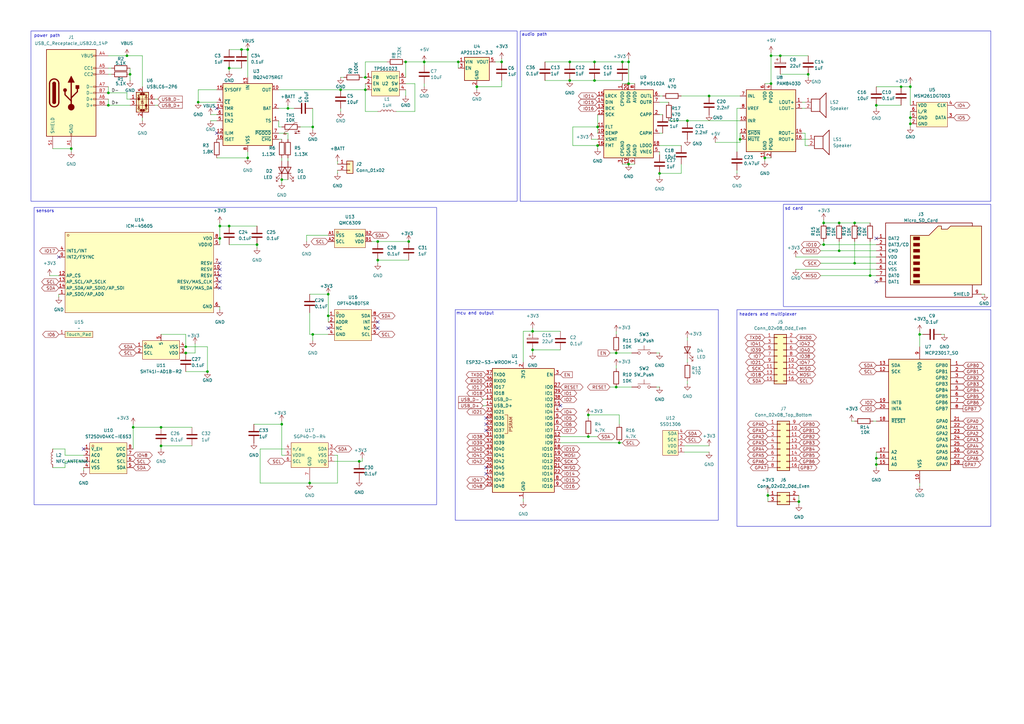
<source format=kicad_sch>
(kicad_sch (version 20250114) (generator "eeschema") (generator_version "9.0")
  (paper "A3")
  (rectangle (start 213.36 12.7) (end 406.4 82.55))
  (rectangle (start 13.97 85.09) (end 179.07 207.01))
  (rectangle (start 302.26 127) (end 406.4 215.9))
  (rectangle (start 186.69 127) (end 294.64 213.36))
  (rectangle (start 12.7 12.7) (end 212.09 82.55))
  (rectangle (start 321.31 83.82) (end 406.4 125.73))
  (text "headers and multiplexer" (at 314.96 129.032 0) (effects (font (size 1.27 1.27))))
  (text "sensors" (at 18.542 86.614 0) (effects (font (size 1.27 1.27))))
  (text "audio path" (at 219.202 14.224 0) (effects (font (size 1.27 1.27))))
  (text "power path" (at 19.304 14.732 0) (effects (font (size 1.27 1.27))))
  (text "sd card" (at 325.628 85.598 0) (effects (font (size 1.27 1.27))))
  (text "mcu and output" (at 194.818 128.524 0) (effects (font (size 1.27 1.27))))
  (junction (at 245.11 59.69))
  (junction (at 173.99 25.4))
  (junction (at 350.52 107.95))
  (junction (at 66.04 175.26))
  (junction (at 115.57 73.66))
  (junction (at 187.96 25.4))
  (junction (at 359.41 43.18))
  (junction (at 52.07 22.86))
  (junction (at 205.74 25.4))
  (junction (at 167.64 99.06))
  (junction (at 195.58 35.56))
  (junction (at 313.69 64.77))
  (junction (at 128.27 52.07))
  (junction (at 257.81 25.4))
  (junction (at 99.06 20.32))
  (junction (at 154.94 106.68))
  (junction (at 344.17 91.44))
  (junction (at 254 181.61))
  (junction (at 359.41 187.96))
  (junction (at 316.23 34.29))
  (junction (at 76.2 144.78))
  (junction (at 53.34 30.48))
  (junction (at 233.68 25.4))
  (junction (at 344.17 102.87))
  (junction (at 255.27 25.4))
  (junction (at 331.47 30.48))
  (junction (at 252.73 144.78))
  (junction (at 149.86 31.75))
  (junction (at 257.81 67.31))
  (junction (at 359.41 190.5))
  (junction (at 93.98 92.71))
  (junction (at 29.21 60.96))
  (junction (at 218.44 135.89))
  (junction (at 316.23 22.86))
  (junction (at 241.3 179.07))
  (junction (at 320.04 22.86))
  (junction (at 327.66 205.74))
  (junction (at 314.96 203.2))
  (junction (at 118.11 44.45))
  (junction (at 241.3 170.18))
  (junction (at 281.94 49.53))
  (junction (at 127 198.12))
  (junction (at 373.38 35.56))
  (junction (at 90.17 92.71))
  (junction (at 105.41 100.33))
  (junction (at 134.62 120.65))
  (junction (at 66.04 182.88))
  (junction (at 128.27 137.16))
  (junction (at 81.28 41.91))
  (junction (at 149.86 36.83))
  (junction (at 257.81 34.29))
  (junction (at 44.45 43.18))
  (junction (at 356.87 113.03))
  (junction (at 218.44 143.51))
  (junction (at 369.57 35.56))
  (junction (at 373.38 50.8))
  (junction (at 377.19 137.16))
  (junction (at 350.52 91.44))
  (junction (at 373.38 48.26))
  (junction (at 76.2 142.24))
  (junction (at 115.57 173.99))
  (junction (at 252.73 158.75))
  (junction (at 270.51 71.12))
  (junction (at 245.11 52.07))
  (junction (at 154.94 99.06))
  (junction (at 166.37 25.4))
  (junction (at 337.82 91.44))
  (junction (at 290.83 39.37))
  (junction (at 139.7 36.83))
  (junction (at 44.45 38.1))
  (junction (at 233.68 33.02))
  (junction (at 54.61 175.26))
  (junction (at 90.17 97.79))
  (junction (at 101.6 20.32))
  (junction (at 101.6 64.77))
  (junction (at 93.98 27.94))
  (junction (at 134.62 129.54))
  (junction (at 243.84 33.02))
  (junction (at 303.53 57.15))
  (junction (at 243.84 25.4))
  (junction (at 337.82 100.33))
  (junction (at 85.09 152.4))
  (junction (at 147.32 189.23))
  (no_connect (at 88.9 44.45))
  (no_connect (at 199.39 194.31))
  (no_connect (at 199.39 176.53))
  (no_connect (at 199.39 173.99))
  (no_connect (at 90.17 107.95))
  (no_connect (at 359.41 115.57))
  (no_connect (at 359.41 97.79))
  (no_connect (at 134.62 134.62))
  (no_connect (at 199.39 191.77))
  (no_connect (at 90.17 115.57))
  (no_connect (at 199.39 171.45))
  (no_connect (at 90.17 113.03))
  (no_connect (at 88.9 54.61))
  (no_connect (at 229.87 166.37))
  (no_connect (at 34.29 184.15))
  (no_connect (at 90.17 110.49))
  (no_connect (at 90.17 118.11))
  (no_connect (at 24.13 105.41))
  (no_connect (at 154.94 132.08))
  (no_connect (at 154.94 134.62))
  (wire (pts (xy 337.82 99.06) (xy 337.82 100.33)))
  (wire (pts (xy 93.98 29.21) (xy 93.98 27.94)))
  (wire (pts (xy 337.82 100.33) (xy 359.41 100.33)))
  (wire (pts (xy 257.81 25.4) (xy 257.81 34.29)))
  (wire (pts (xy 154.94 107.95) (xy 154.94 106.68)))
  (wire (pts (xy 137.16 186.69) (xy 138.43 186.69)))
  (wire (pts (xy 54.61 175.26) (xy 66.04 175.26)))
  (wire (pts (xy 402.59 120.65) (xy 403.86 120.65)))
  (wire (pts (xy 281.94 147.32) (xy 281.94 148.59)))
  (wire (pts (xy 152.4 99.06) (xy 154.94 99.06)))
  (wire (pts (xy 66.04 184.15) (xy 66.04 182.88)))
  (wire (pts (xy 44.45 35.56) (xy 44.45 38.1)))
  (wire (pts (xy 53.34 27.94) (xy 53.34 30.48)))
  (wire (pts (xy 125.73 96.52) (xy 125.73 99.06)))
  (wire (pts (xy 269.24 158.75) (xy 270.51 158.75)))
  (wire (pts (xy 66.04 182.88) (xy 78.74 182.88)))
  (wire (pts (xy 245.11 57.15) (xy 242.57 57.15)))
  (wire (pts (xy 281.94 156.21) (xy 281.94 157.48)))
  (wire (pts (xy 44.45 40.64) (xy 44.45 43.18)))
  (wire (pts (xy 99.06 20.32) (xy 101.6 20.32)))
  (wire (pts (xy 218.44 143.51) (xy 229.87 143.51)))
  (wire (pts (xy 44.45 30.48) (xy 45.72 30.48)))
  (wire (pts (xy 350.52 99.06) (xy 350.52 107.95)))
  (wire (pts (xy 128.27 52.07) (xy 128.27 53.34)))
  (wire (pts (xy 279.4 39.37) (xy 290.83 39.37)))
  (wire (pts (xy 187.96 25.4) (xy 187.96 27.94)))
  (wire (pts (xy 123.19 52.07) (xy 128.27 52.07)))
  (wire (pts (xy 270.51 71.12) (xy 270.51 72.39)))
  (wire (pts (xy 234.95 59.69) (xy 245.11 59.69)))
  (wire (pts (xy 139.7 36.83) (xy 149.86 36.83)))
  (wire (pts (xy 198.12 163.83) (xy 199.39 163.83)))
  (wire (pts (xy 316.23 22.86) (xy 316.23 21.59)))
  (wire (pts (xy 377.19 135.89) (xy 377.19 137.16)))
  (wire (pts (xy 52.07 38.1) (xy 44.45 38.1)))
  (wire (pts (xy 218.44 143.51) (xy 218.44 144.78)))
  (wire (pts (xy 90.17 92.71) (xy 90.17 91.44)))
  (wire (pts (xy 53.34 30.48) (xy 53.34 33.02)))
  (wire (pts (xy 281.94 138.43) (xy 281.94 139.7)))
  (wire (pts (xy 255.27 25.4) (xy 257.81 25.4)))
  (wire (pts (xy 166.37 34.29) (xy 170.18 34.29)))
  (wire (pts (xy 34.29 191.77) (xy 34.29 193.04)))
  (wire (pts (xy 76.2 144.78) (xy 80.01 144.78)))
  (wire (pts (xy 44.45 27.94) (xy 45.72 27.94)))
  (wire (pts (xy 137.16 189.23) (xy 147.32 189.23)))
  (wire (pts (xy 255.27 181.61) (xy 254 181.61)))
  (wire (pts (xy 359.41 43.18) (xy 359.41 44.45)))
  (wire (pts (xy 128.27 139.7) (xy 128.27 137.16)))
  (wire (pts (xy 86.36 49.53) (xy 88.9 49.53)))
  (wire (pts (xy 336.55 107.95) (xy 350.52 107.95)))
  (wire (pts (xy 58.42 22.86) (xy 58.42 35.56)))
  (wire (pts (xy 269.24 144.78) (xy 270.51 144.78)))
  (wire (pts (xy 255.27 67.31) (xy 257.81 67.31)))
  (wire (pts (xy 373.38 45.72) (xy 373.38 48.26)))
  (wire (pts (xy 233.68 33.02) (xy 243.84 33.02)))
  (wire (pts (xy 270.51 46.99) (xy 271.78 46.99)))
  (wire (pts (xy 328.93 41.91) (xy 330.2 41.91)))
  (wire (pts (xy 270.51 39.37) (xy 271.78 39.37)))
  (wire (pts (xy 303.53 58.42) (xy 303.53 57.15)))
  (wire (pts (xy 331.47 30.48) (xy 331.47 31.75)))
  (wire (pts (xy 337.82 90.17) (xy 337.82 91.44)))
  (wire (pts (xy 359.41 187.96) (xy 359.41 190.5)))
  (wire (pts (xy 127 128.27) (xy 127 137.16)))
  (wire (pts (xy 115.57 173.99) (xy 115.57 172.72)))
  (wire (pts (xy 93.98 100.33) (xy 105.41 100.33)))
  (wire (pts (xy 173.99 35.56) (xy 173.99 34.29)))
  (wire (pts (xy 26.67 189.23) (xy 34.29 189.23)))
  (wire (pts (xy 58.42 48.26) (xy 58.42 49.53)))
  (wire (pts (xy 118.11 44.45) (xy 120.65 44.45)))
  (wire (pts (xy 26.67 186.69) (xy 26.67 184.15)))
  (wire (pts (xy 118.11 54.61) (xy 118.11 57.15)))
  (wire (pts (xy 245.11 59.69) (xy 245.11 60.96)))
  (wire (pts (xy 314.96 205.74) (xy 314.96 203.2)))
  (wire (pts (xy 166.37 25.4) (xy 173.99 25.4)))
  (wire (pts (xy 260.35 34.29) (xy 257.81 34.29)))
  (wire (pts (xy 327.66 205.74) (xy 327.66 207.01)))
  (wire (pts (xy 93.98 92.71) (xy 105.41 92.71)))
  (wire (pts (xy 115.57 73.66) (xy 118.11 73.66)))
  (wire (pts (xy 245.11 52.07) (xy 245.11 54.61)))
  (wire (pts (xy 66.04 137.16) (xy 76.2 137.16)))
  (wire (pts (xy 245.11 52.07) (xy 234.95 52.07)))
  (wire (pts (xy 279.4 67.31) (xy 279.4 71.12)))
  (wire (pts (xy 373.38 48.26) (xy 373.38 50.8)))
  (wire (pts (xy 154.94 106.68) (xy 167.64 106.68)))
  (wire (pts (xy 198.12 166.37) (xy 199.39 166.37)))
  (wire (pts (xy 328.93 54.61) (xy 330.2 54.61)))
  (wire (pts (xy 26.67 184.15) (xy 21.59 184.15)))
  (wire (pts (xy 387.35 137.16) (xy 386.08 137.16)))
  (wire (pts (xy 34.29 186.69) (xy 26.67 186.69)))
  (wire (pts (xy 44.45 22.86) (xy 52.07 22.86)))
  (wire (pts (xy 254 181.61) (xy 229.87 181.61)))
  (wire (pts (xy 138.43 69.85) (xy 138.43 71.12)))
  (wire (pts (xy 279.4 71.12) (xy 270.51 71.12)))
  (wire (pts (xy 303.53 57.15) (xy 303.53 54.61)))
  (wire (pts (xy 90.17 97.79) (xy 90.17 100.33)))
  (wire (pts (xy 101.6 62.23) (xy 101.6 64.77)))
  (wire (pts (xy 52.07 40.64) (xy 53.34 40.64)))
  (wire (pts (xy 114.3 52.07) (xy 114.3 49.53)))
  (wire (pts (xy 234.95 52.07) (xy 234.95 59.69)))
  (wire (pts (xy 280.67 182.88) (xy 290.83 182.88)))
  (wire (pts (xy 270.51 41.91) (xy 274.32 41.91)))
  (wire (pts (xy 270.51 62.23) (xy 270.51 63.5)))
  (wire (pts (xy 336.55 113.03) (xy 356.87 113.03)))
  (wire (pts (xy 162.56 45.72) (xy 170.18 45.72)))
  (wire (pts (xy 106.68 198.12) (xy 127 198.12)))
  (wire (pts (xy 138.43 186.69) (xy 138.43 198.12)))
  (wire (pts (xy 90.17 125.73) (xy 90.17 127)))
  (wire (pts (xy 330.2 54.61) (xy 330.2 59.69)))
  (wire (pts (xy 243.84 33.02) (xy 255.27 33.02)))
  (wire (pts (xy 218.44 135.89) (xy 229.87 135.89)))
  (wire (pts (xy 88.9 64.77) (xy 101.6 64.77)))
  (wire (pts (xy 280.67 185.42) (xy 290.83 185.42)))
  (wire (pts (xy 223.52 33.02) (xy 233.68 33.02)))
  (wire (pts (xy 359.41 43.18) (xy 369.57 43.18)))
  (wire (pts (xy 358.14 172.72) (xy 359.41 172.72)))
  (wire (pts (xy 205.74 33.02) (xy 205.74 35.56)))
  (wire (pts (xy 86.36 46.99) (xy 88.9 46.99)))
  (wire (pts (xy 314.96 201.93) (xy 314.96 203.2)))
  (wire (pts (xy 90.17 92.71) (xy 93.98 92.71)))
  (wire (pts (xy 149.86 45.72) (xy 154.94 45.72)))
  (wire (pts (xy 313.69 64.77) (xy 313.69 66.04)))
  (wire (pts (xy 257.81 67.31) (xy 260.35 67.31)))
  (wire (pts (xy 114.3 54.61) (xy 118.11 54.61)))
  (wire (pts (xy 356.87 99.06) (xy 356.87 113.03)))
  (wire (pts (xy 270.51 54.61) (xy 271.78 54.61)))
  (wire (pts (xy 203.2 25.4) (xy 205.74 25.4)))
  (wire (pts (xy 134.62 120.65) (xy 134.62 129.54)))
  (wire (pts (xy 377.19 137.16) (xy 377.19 142.24)))
  (wire (pts (xy 149.86 34.29) (xy 149.86 36.83)))
  (wire (pts (xy 336.55 100.33) (xy 337.82 100.33)))
  (wire (pts (xy 85.09 142.24) (xy 76.2 142.24)))
  (wire (pts (xy 127 137.16) (xy 128.27 137.16)))
  (wire (pts (xy 128.27 44.45) (xy 128.27 52.07)))
  (wire (pts (xy 149.86 36.83) (xy 149.86 45.72)))
  (wire (pts (xy 139.7 44.45) (xy 139.7 45.72)))
  (wire (pts (xy 377.19 199.39) (xy 377.19 198.12)))
  (wire (pts (xy 24.13 120.65) (xy 24.13 121.92)))
  (wire (pts (xy 336.55 102.87) (xy 344.17 102.87)))
  (wire (pts (xy 114.3 44.45) (xy 118.11 44.45)))
  (wire (pts (xy 195.58 35.56) (xy 195.58 36.83)))
  (wire (pts (xy 158.75 25.4) (xy 149.86 25.4)))
  (wire (pts (xy 377.19 137.16) (xy 378.46 137.16)))
  (wire (pts (xy 104.14 173.99) (xy 115.57 173.99)))
  (wire (pts (xy 105.41 100.33) (xy 105.41 101.6)))
  (wire (pts (xy 250.19 158.75) (xy 252.73 158.75)))
  (wire (pts (xy 313.69 64.77) (xy 316.23 64.77)))
  (wire (pts (xy 101.6 20.32) (xy 101.6 31.75)))
  (wire (pts (xy 214.63 135.89) (xy 218.44 135.89)))
  (wire (pts (xy 173.99 26.67) (xy 173.99 25.4)))
  (wire (pts (xy 214.63 135.89) (xy 214.63 148.59)))
  (wire (pts (xy 252.73 144.78) (xy 259.08 144.78)))
  (wire (pts (xy 243.84 25.4) (xy 255.27 25.4)))
  (wire (pts (xy 205.74 35.56) (xy 195.58 35.56)))
  (wire (pts (xy 80.01 144.78) (xy 80.01 140.97)))
  (wire (pts (xy 218.44 134.62) (xy 218.44 135.89)))
  (wire (pts (xy 316.23 22.86) (xy 320.04 22.86)))
  (wire (pts (xy 81.28 41.91) (xy 88.9 41.91)))
  (wire (pts (xy 138.43 198.12) (xy 127 198.12)))
  (wire (pts (xy 154.94 99.06) (xy 167.64 99.06)))
  (wire (pts (xy 63.5 43.18) (xy 64.77 43.18)))
  (wire (pts (xy 241.3 170.18) (xy 241.3 171.45)))
  (wire (pts (xy 93.98 20.32) (xy 99.06 20.32)))
  (wire (pts (xy 54.61 173.99) (xy 54.61 175.26)))
  (wire (pts (xy 134.62 96.52) (xy 125.73 96.52)))
  (wire (pts (xy 118.11 44.45) (xy 118.11 43.18)))
  (wire (pts (xy 241.3 179.07) (xy 229.87 179.07)))
  (wire (pts (xy 138.43 66.04) (xy 138.43 67.31)))
  (wire (pts (xy 134.62 120.65) (xy 127 120.65)))
  (wire (pts (xy 44.45 43.18) (xy 53.34 43.18)))
  (wire (pts (xy 76.2 152.4) (xy 85.09 152.4)))
  (wire (pts (xy 359.41 35.56) (xy 369.57 35.56)))
  (wire (pts (xy 52.07 40.64) (xy 52.07 38.1)))
  (wire (pts (xy 303.53 58.42) (xy 293.37 58.42)))
  (wire (pts (xy 350.52 107.95) (xy 359.41 107.95)))
  (wire (pts (xy 63.5 40.64) (xy 64.77 40.64)))
  (wire (pts (xy 81.28 36.83) (xy 81.28 41.91)))
  (wire (pts (xy 21.59 191.77) (xy 26.67 191.77)))
  (wire (pts (xy 115.57 66.04) (xy 115.57 64.77)))
  (wire (pts (xy 328.93 44.45) (xy 330.2 44.45)))
  (wire (pts (xy 106.68 184.15) (xy 106.68 198.12)))
  (wire (pts (xy 303.53 44.45) (xy 302.26 44.45)))
  (wire (pts (xy 270.51 59.69) (xy 279.4 59.69)))
  (wire (pts (xy 320.04 22.86) (xy 331.47 22.86)))
  (wire (pts (xy 166.37 36.83) (xy 166.37 39.37)))
  (wire (pts (xy 54.61 175.26) (xy 54.61 184.15)))
  (wire (pts (xy 115.57 186.69) (xy 115.57 173.99)))
  (wire (pts (xy 233.68 25.4) (xy 223.52 25.4)))
  (wire (pts (xy 85.09 152.4) (xy 85.09 142.24)))
  (wire (pts (xy 316.23 34.29) (xy 316.23 22.86)))
  (wire (pts (xy 320.04 30.48) (xy 331.47 30.48)))
  (wire (pts (xy 26.67 191.77) (xy 26.67 189.23)))
  (wire (pts (xy 359.41 190.5) (xy 359.41 191.77)))
  (wire (pts (xy 337.82 91.44) (xy 344.17 91.44)))
  (wire (pts (xy 166.37 25.4) (xy 166.37 31.75)))
  (wire (pts (xy 114.3 57.15) (xy 115.57 57.15)))
  (wire (pts (xy 344.17 91.44) (xy 350.52 91.44)))
  (wire (pts (xy 88.9 36.83) (xy 81.28 36.83)))
  (wire (pts (xy 118.11 66.04) (xy 118.11 64.77)))
  (wire (pts (xy 254 173.99) (xy 254 170.18)))
  (wire (pts (xy 148.59 189.23) (xy 148.59 187.96)))
  (wire (pts (xy 147.32 189.23) (xy 148.59 189.23)))
  (wire (pts (xy 90.17 92.71) (xy 90.17 97.79)))
  (wire (pts (xy 302.26 69.85) (xy 302.26 71.12)))
  (wire (pts (xy 257.81 34.29) (xy 255.27 34.29)))
  (wire (pts (xy 328.93 57.15) (xy 331.47 57.15)))
  (wire (pts (xy 252.73 135.89) (xy 252.73 137.16)))
  (wire (pts (xy 127 198.12) (xy 127 196.85)))
  (wire (pts (xy 115.57 73.66) (xy 115.57 74.93)))
  (wire (pts (xy 114.3 36.83) (xy 139.7 36.83)))
  (wire (pts (xy 66.04 175.26) (xy 78.74 175.26)))
  (wire (pts (xy 21.59 60.96) (xy 29.21 60.96)))
  (wire (pts (xy 148.59 31.75) (xy 149.86 31.75)))
  (wire (pts (xy 350.52 91.44) (xy 356.87 91.44)))
  (wire (pts (xy 359.41 185.42) (xy 359.41 187.96)))
  (wire (pts (xy 250.19 144.78) (xy 252.73 144.78)))
  (wire (pts (xy 170.18 45.72) (xy 170.18 34.29)))
  (wire (pts (xy 302.26 44.45) (xy 302.26 62.23)))
  (wire (pts (xy 149.86 25.4) (xy 149.86 31.75)))
  (wire (pts (xy 116.84 186.69) (xy 115.57 186.69)))
  (wire (pts (xy 93.98 27.94) (xy 99.06 27.94)))
  (wire (pts (xy 373.38 50.8) (xy 373.38 52.07)))
  (wire (pts (xy 214.63 204.47) (xy 214.63 205.74)))
  (wire (pts (xy 326.39 105.41) (xy 359.41 105.41)))
  (wire (pts (xy 114.3 52.07) (xy 115.57 52.07)))
  (wire (pts (xy 373.38 34.29) (xy 373.38 35.56)))
  (wire (pts (xy 245.11 179.07) (xy 241.3 179.07)))
  (wire (pts (xy 257.81 24.13) (xy 257.81 25.4)))
  (wire (pts (xy 356.87 113.03) (xy 359.41 113.03)))
  (wire (pts (xy 330.2 59.69) (xy 331.47 59.69)))
  (wire (pts (xy 327.66 203.2) (xy 327.66 205.74)))
  (wire (pts (xy 20.32 113.03) (xy 24.13 113.03)))
  (wire (pts (xy 274.32 49.53) (xy 281.94 49.53)))
  (wire (pts (xy 281.94 49.53) (xy 303.53 49.53)))
  (wire (pts (xy 116.84 184.15) (xy 106.68 184.15)))
  (wire (pts (xy 373.38 35.56) (xy 373.38 43.18)))
  (wire (pts (xy 254 170.18) (xy 241.3 170.18)))
  (wire (pts (xy 344.17 102.87) (xy 359.41 102.87)))
  (wire (pts (xy 29.21 60.96) (xy 29.21 62.23)))
  (wire (pts (xy 128.27 137.16) (xy 134.62 137.16)))
  (wire (pts (xy 313.69 34.29) (xy 316.23 34.29)))
  (wire (pts (xy 326.39 110.49) (xy 359.41 110.49)))
  (wire (pts (xy 349.25 172.72) (xy 350.52 172.72)))
  (wire (pts (xy 344.17 99.06) (xy 344.17 102.87)))
  (wire (pts (xy 52.07 22.86) (xy 58.42 22.86)))
  (wire (pts (xy 252.73 149.86) (xy 252.73 151.13)))
  (wire (pts (xy 245.11 46.99) (xy 245.11 52.07)))
  (wire (pts (xy 290.83 39.37) (xy 303.53 39.37)))
  (wire (pts (xy 76.2 137.16) (xy 76.2 142.24)))
  (wire (pts (xy 205.74 24.13) (xy 205.74 25.4)))
  (wire (pts (xy 233.68 25.4) (xy 243.84 25.4)))
  (wire (pts (xy 134.62 129.54) (xy 134.62 132.08)))
  (wire (pts (xy 173.99 25.4) (xy 187.96 25.4)))
  (wire (pts (xy 252.73 158.75) (xy 259.08 158.75)))
  (wire (pts (xy 369.57 35.56) (xy 373.38 35.56)))
  (wire (pts (xy 139.7 31.75) (xy 140.97 31.75)))
  (label "D-" (at 45.72 38.1 0))
  (label "D+" (at 45.72 43.18 0))
  (global_label "SDA" (shape bidirectional) (at 359.41 149.86 180) (property "Intersheetrefs" "${INTERSHEET_REFS}" (effects (hide yes))))
  (global_label "IO48" (shape bidirectional) (at 199.39 199.39 180) (property "Intersheetrefs" "${INTERSHEET_REFS}" (effects (hide yes))))
  (global_label "GPB6" (shape bidirectional) (at 327.66 189.23 0) (property "Intersheetrefs" "${INTERSHEET_REFS}" (effects (hide yes))))
  (global_label "RXD0" (shape bidirectional) (at 199.39 156.21 180) (property "Intersheetrefs" "${INTERSHEET_REFS}" (effects (hide yes))))
  (global_label "IO47" (shape bidirectional) (at 199.39 196.85 180) (property "Intersheetrefs" "${INTERSHEET_REFS}" (effects (hide yes))))
  (global_label "IO15" (shape bidirectional) (at 229.87 196.85 0) (property "Intersheetrefs" "${INTERSHEET_REFS}" (effects (hide yes))))
  (global_label "EN" (shape input) (at 229.87 153.67 0) (property "Intersheetrefs" "${INTERSHEET_REFS}" (effects (hide yes))))
  (global_label "GPB7" (shape output) (at 394.97 167.64 0) (property "Intersheetrefs" "${INTERSHEET_REFS}" (effects (hide yes))))
  (global_label "IO10" (shape bidirectional) (at 336.55 100.33 180) (property "Intersheetrefs" "${INTERSHEET_REFS}" (effects (hide yes))))
  (global_label "IO47" (shape bidirectional) (at 326.39 148.59 0) (property "Intersheetrefs" "${INTERSHEET_REFS}" (effects (hide yes))))
  (global_label "GPA2" (shape bidirectional) (at 314.96 179.07 180) (property "Intersheetrefs" "${INTERSHEET_REFS}" (effects (hide yes))))
  (global_label "MOSI" (shape bidirectional) (at 336.55 102.87 180) (property "Intersheetrefs" "${INTERSHEET_REFS}" (effects (hide yes))))
  (global_label "IO6" (shape bidirectional) (at 229.87 173.99 0) (property "Intersheetrefs" "${INTERSHEET_REFS}" (effects (hide yes))))
  (global_label "SDA" (shape bidirectional) (at 24.13 118.11 180) (property "Intersheetrefs" "${INTERSHEET_REFS}" (effects (hide yes))))
  (global_label "SCL" (shape bidirectional) (at 54.61 189.23 0) (property "Intersheetrefs" "${INTERSHEET_REFS}" (effects (hide yes))))
  (global_label "SCL" (shape bidirectional) (at 116.84 189.23 180) (property "Intersheetrefs" "${INTERSHEET_REFS}" (effects (hide yes))))
  (global_label "IO17" (shape bidirectional) (at 24.13 102.87 180) (property "Intersheetrefs" "${INTERSHEET_REFS}" (effects (hide yes))))
  (global_label "GPB5" (shape bidirectional) (at 327.66 186.69 0) (property "Intersheetrefs" "${INTERSHEET_REFS}" (effects (hide yes))))
  (global_label "SCL" (shape bidirectional) (at 255.27 181.61 0) (property "Intersheetrefs" "${INTERSHEET_REFS}" (effects (hide yes))))
  (global_label "IO38" (shape bidirectional) (at 326.39 146.05 0) (property "Intersheetrefs" "${INTERSHEET_REFS}" (effects (hide yes))))
  (global_label "GPA4" (shape bidirectional) (at 394.97 182.88 0) (property "Intersheetrefs" "${INTERSHEET_REFS}" (effects (hide yes))))
  (global_label "GPB1" (shape bidirectional) (at 394.97 152.4 0) (property "Intersheetrefs" "${INTERSHEET_REFS}" (effects (hide yes))))
  (global_label "GPA5" (shape bidirectional) (at 314.96 186.69 180) (property "Intersheetrefs" "${INTERSHEET_REFS}" (effects (hide yes))))
  (global_label "GPA0" (shape bidirectional) (at 394.97 172.72 0) (property "Intersheetrefs" "${INTERSHEET_REFS}" (effects (hide yes))))
  (global_label "IO2" (shape bidirectional) (at 229.87 163.83 0) (property "Intersheetrefs" "${INTERSHEET_REFS}" (effects (hide yes))))
  (global_label "IO48" (shape bidirectional) (at 54.61 186.69 0) (property "Intersheetrefs" "${INTERSHEET_REFS}" (effects (hide yes))))
  (global_label "EN" (shape input) (at 250.19 144.78 180) (property "Intersheetrefs" "${INTERSHEET_REFS}" (effects (hide yes))))
  (global_label "USB_D-" (shape input) (at 198.12 163.83 180) (property "Intersheetrefs" "${INTERSHEET_REFS}" (effects (hide yes))))
  (global_label "IO42" (shape bidirectional) (at 199.39 189.23 180) (property "Intersheetrefs" "${INTERSHEET_REFS}" (effects (hide yes))))
  (global_label "IO18" (shape bidirectional) (at 313.69 153.67 180) (property "Intersheetrefs" "${INTERSHEET_REFS}" (effects (hide yes))))
  (global_label "IO14" (shape bidirectional) (at 245.11 39.37 180) (property "Intersheetrefs" "${INTERSHEET_REFS}" (effects (hide yes))))
  (global_label "IO4" (shape bidirectional) (at 229.87 168.91 0) (property "Intersheetrefs" "${INTERSHEET_REFS}" (effects (hide yes))))
  (global_label "GPA1" (shape bidirectional) (at 394.97 175.26 0) (property "Intersheetrefs" "${INTERSHEET_REFS}" (effects (hide yes))))
  (global_label "IO41" (shape bidirectional) (at 199.39 186.69 180) (property "Intersheetrefs" "${INTERSHEET_REFS}" (effects (hide yes))))
  (global_label "IO21" (shape bidirectional) (at 199.39 168.91 180) (property "Intersheetrefs" "${INTERSHEET_REFS}" (effects (hide yes))))
  (global_label "SDA" (shape bidirectional) (at 152.4 96.52 0) (property "Intersheetrefs" "${INTERSHEET_REFS}" (effects (hide yes))))
  (global_label "GPA7" (shape output) (at 394.97 190.5 0) (property "Intersheetrefs" "${INTERSHEET_REFS}" (effects (hide yes))))
  (global_label "GPA3" (shape bidirectional) (at 394.97 180.34 0) (property "Intersheetrefs" "${INTERSHEET_REFS}" (effects (hide yes))))
  (global_label "IO16" (shape bidirectional) (at 245.11 44.45 180) (property "Intersheetrefs" "${INTERSHEET_REFS}" (effects (hide yes))))
  (global_label "IO7" (shape bidirectional) (at 229.87 176.53 0) (property "Intersheetrefs" "${INTERSHEET_REFS}" (effects (hide yes))))
  (global_label "IO21" (shape bidirectional) (at 313.69 148.59 180) (property "Intersheetrefs" "${INTERSHEET_REFS}" (effects (hide yes))))
  (global_label "SDA" (shape bidirectional) (at 137.16 184.15 0) (property "Intersheetrefs" "${INTERSHEET_REFS}" (effects (hide yes))))
  (global_label "IO5" (shape bidirectional) (at 391.16 48.26 0) (property "Intersheetrefs" "${INTERSHEET_REFS}" (effects (hide yes))))
  (global_label "GPB4" (shape bidirectional) (at 327.66 184.15 0) (property "Intersheetrefs" "${INTERSHEET_REFS}" (effects (hide yes))))
  (global_label "IO17" (shape bidirectional) (at 199.39 158.75 180) (property "Intersheetrefs" "${INTERSHEET_REFS}" (effects (hide yes))))
  (global_label "SDA" (shape bidirectional) (at 55.88 142.24 180) (property "Intersheetrefs" "${INTERSHEET_REFS}" (effects (hide yes))))
  (global_label "IO2" (shape bidirectional) (at 359.41 165.1 180) (property "Intersheetrefs" "${INTERSHEET_REFS}" (effects (hide yes))))
  (global_label "GPB6" (shape bidirectional) (at 394.97 165.1 0) (property "Intersheetrefs" "${INTERSHEET_REFS}" (effects (hide yes))))
  (global_label "IO7" (shape bidirectional) (at 313.69 146.05 180) (property "Intersheetrefs" "${INTERSHEET_REFS}" (effects (hide yes))))
  (global_label "GPB1" (shape bidirectional) (at 327.66 176.53 0) (property "Intersheetrefs" "${INTERSHEET_REFS}" (effects (hide yes))))
  (global_label "GPB3" (shape bidirectional) (at 327.66 181.61 0) (property "Intersheetrefs" "${INTERSHEET_REFS}" (effects (hide yes))))
  (global_label "IO6" (shape bidirectional) (at 24.13 137.16 180) (property "Intersheetrefs" "${INTERSHEET_REFS}" (effects (hide yes))))
  (global_label "IO39" (shape bidirectional) (at 199.39 181.61 180) (property "Intersheetrefs" "${INTERSHEET_REFS}" (effects (hide yes))))
  (global_label "RESET" (shape bidirectional) (at 250.19 158.75 180) (property "Intersheetrefs" "${INTERSHEET_REFS}" (effects (hide yes))))
  (global_label "IO10" (shape bidirectional) (at 229.87 184.15 0) (property "Intersheetrefs" "${INTERSHEET_REFS}" (effects (hide yes))))
  (global_label "GPB0" (shape bidirectional) (at 327.66 173.99 0) (property "Intersheetrefs" "${INTERSHEET_REFS}" (effects (hide yes))))
  (global_label "IO41" (shape bidirectional) (at 313.69 140.97 180) (property "Intersheetrefs" "${INTERSHEET_REFS}" (effects (hide yes))))
  (global_label "IO40" (shape bidirectional) (at 326.39 143.51 0) (property "Intersheetrefs" "${INTERSHEET_REFS}" (effects (hide yes))))
  (global_label "GPA7" (shape output) (at 314.96 191.77 180) (property "Intersheetrefs" "${INTERSHEET_REFS}" (effects (hide yes))))
  (global_label "SCL" (shape bidirectional) (at 359.41 152.4 180) (property "Intersheetrefs" "${INTERSHEET_REFS}" (effects (hide yes))))
  (global_label "GPA2" (shape bidirectional) (at 394.97 177.8 0) (property "Intersheetrefs" "${INTERSHEET_REFS}" (effects (hide yes))))
  (global_label "GPB2" (shape bidirectional) (at 327.66 179.07 0) (property "Intersheetrefs" "${INTERSHEET_REFS}" (effects (hide yes))))
  (global_label "IO39" (shape bidirectional) (at 313.69 143.51 180) (property "Intersheetrefs" "${INTERSHEET_REFS}" (effects (hide yes))))
  (global_label "SCK" (shape bidirectional) (at 313.69 151.13 180) (property "Intersheetrefs" "${INTERSHEET_REFS}" (effects (hide yes))))
  (global_label "GPB5" (shape bidirectional) (at 394.97 162.56 0) (property "Intersheetrefs" "${INTERSHEET_REFS}" (effects (hide yes))))
  (global_label "IO16" (shape bidirectional) (at 229.87 199.39 0) (property "Intersheetrefs" "${INTERSHEET_REFS}" (effects (hide yes))))
  (global_label "SCK" (shape bidirectional) (at 229.87 189.23 0) (property "Intersheetrefs" "${INTERSHEET_REFS}" (effects (hide yes))))
  (global_label "IO18" (shape bidirectional) (at 199.39 161.29 180) (property "Intersheetrefs" "${INTERSHEET_REFS}" (effects (hide yes))))
  (global_label "IO14" (shape bidirectional) (at 229.87 194.31 0) (property "Intersheetrefs" "${INTERSHEET_REFS}" (effects (hide yes))))
  (global_label "IO4" (shape bidirectional) (at 391.16 43.18 0) (property "Intersheetrefs" "${INTERSHEET_REFS}" (effects (hide yes))))
  (global_label "SDA" (shape bidirectional) (at 245.11 179.07 0) (property "Intersheetrefs" "${INTERSHEET_REFS}" (effects (hide yes))))
  (global_label "SCL" (shape bidirectional) (at 154.94 137.16 0) (property "Intersheetrefs" "${INTERSHEET_REFS}" (effects (hide yes))))
  (global_label "MISO" (shape bidirectional) (at 336.55 113.03 180) (property "Intersheetrefs" "${INTERSHEET_REFS}" (effects (hide yes))))
  (global_label "USB_D-" (shape input) (at 64.77 40.64 0) (property "Intersheetrefs" "${INTERSHEET_REFS}" (effects (hide yes))))
  (global_label "SCL" (shape bidirectional) (at 326.39 156.21 0) (property "Intersheetrefs" "${INTERSHEET_REFS}" (effects (hide yes))))
  (global_label "GPA5" (shape bidirectional) (at 394.97 185.42 0) (property "Intersheetrefs" "${INTERSHEET_REFS}" (effects (hide yes))))
  (global_label "SCL" (shape bidirectional) (at 24.13 115.57 180) (property "Intersheetrefs" "${INTERSHEET_REFS}" (effects (hide yes))))
  (global_label "IO1" (shape bidirectional) (at 359.41 167.64 180) (property "Intersheetrefs" "${INTERSHEET_REFS}" (effects (hide yes))))
  (global_label "IO38" (shape bidirectional) (at 199.39 179.07 180) (property "Intersheetrefs" "${INTERSHEET_REFS}" (effects (hide yes))))
  (global_label "IO42" (shape bidirectional) (at 326.39 140.97 0) (property "Intersheetrefs" "${INTERSHEET_REFS}" (effects (hide yes))))
  (global_label "SDA" (shape bidirectional) (at 54.61 191.77 0) (property "Intersheetrefs" "${INTERSHEET_REFS}" (effects (hide yes))))
  (global_label "IO1" (shape bidirectional) (at 229.87 161.29 0) (property "Intersheetrefs" "${INTERSHEET_REFS}" (effects (hide yes))))
  (global_label "SDA" (shape bidirectional) (at 154.94 129.54 0) (property "Intersheetrefs" "${INTERSHEET_REFS}" (effects (hide yes))))
  (global_label "GPA1" (shape bidirectional) (at 314.96 176.53 180) (property "Intersheetrefs" "${INTERSHEET_REFS}" (effects (hide yes))))
  (global_label "USB_D+" (shape input) (at 198.12 166.37 180) (property "Intersheetrefs" "${INTERSHEET_REFS}" (effects (hide yes))))
  (global_label "IO15" (shape bidirectional) (at 245.11 41.91 180) (property "Intersheetrefs" "${INTERSHEET_REFS}" (effects (hide yes))))
  (global_label "TXD0" (shape bidirectional) (at 199.39 153.67 180) (property "Intersheetrefs" "${INTERSHEET_REFS}" (effects (hide yes))))
  (global_label "GPA4" (shape bidirectional) (at 314.96 184.15 180) (property "Intersheetrefs" "${INTERSHEET_REFS}" (effects (hide yes))))
  (global_label "RESET" (shape bidirectional) (at 229.87 158.75 0) (property "Intersheetrefs" "${INTERSHEET_REFS}" (effects (hide yes))))
  (global_label "GPB2" (shape bidirectional) (at 394.97 154.94 0) (property "Intersheetrefs" "${INTERSHEET_REFS}" (effects (hide yes))))
  (global_label "IO5" (shape bidirectional) (at 229.87 171.45 0) (property "Intersheetrefs" "${INTERSHEET_REFS}" (effects (hide yes))))
  (global_label "SDA" (shape bidirectional) (at 280.67 177.8 0) (property "Intersheetrefs" "${INTERSHEET_REFS}" (effects (hide yes))))
  (global_label "GPB3" (shape bidirectional) (at 394.97 157.48 0) (property "Intersheetrefs" "${INTERSHEET_REFS}" (effects (hide yes))))
  (global_label "IO40" (shape bidirectional) (at 199.39 184.15 180) (property "Intersheetrefs" "${INTERSHEET_REFS}" (effects (hide yes))))
  (global_label "MISO" (shape bidirectional) (at 326.39 151.13 0) (property "Intersheetrefs" "${INTERSHEET_REFS}" (effects (hide yes))))
  (global_label "GPB4" (shape bidirectional) (at 394.97 160.02 0) (property "Intersheetrefs" "${INTERSHEET_REFS}" (effects (hide yes))))
  (global_label "SCL" (shape bidirectional) (at 55.88 144.78 180) (property "Intersheetrefs" "${INTERSHEET_REFS}" (effects (hide yes))))
  (global_label "SCL" (shape bidirectional) (at 280.67 180.34 0) (property "Intersheetrefs" "${INTERSHEET_REFS}" (effects (hide yes))))
  (global_label "GPB0" (shape bidirectional) (at 394.97 149.86 0) (property "Intersheetrefs" "${INTERSHEET_REFS}" (effects (hide yes))))
  (global_label "GPA6" (shape bidirectional) (at 394.97 187.96 0) (property "Intersheetrefs" "${INTERSHEET_REFS}" (effects (hide yes))))
  (global_label "GPB7" (shape output) (at 327.66 191.77 0) (property "Intersheetrefs" "${INTERSHEET_REFS}" (effects (hide yes))))
  (global_label "MOSI" (shape bidirectional) (at 229.87 186.69 0) (property "Intersheetrefs" "${INTERSHEET_REFS}" (effects (hide yes))))
  (global_label "SCK" (shape bidirectional) (at 336.55 107.95 180) (property "Intersheetrefs" "${INTERSHEET_REFS}" (effects (hide yes))))
  (global_label "RXD0" (shape bidirectional) (at 326.39 138.43 0) (property "Intersheetrefs" "${INTERSHEET_REFS}" (effects (hide yes))))
  (global_label "GPA6" (shape bidirectional) (at 314.96 189.23 180) (property "Intersheetrefs" "${INTERSHEET_REFS}" (effects (hide yes))))
  (global_label "TXD0" (shape bidirectional) (at 313.69 138.43 180) (property "Intersheetrefs" "${INTERSHEET_REFS}" (effects (hide yes))))
  (global_label "MISO" (shape bidirectional) (at 229.87 191.77 0) (property "Intersheetrefs" "${INTERSHEET_REFS}" (effects (hide yes))))
  (global_label "GPA3" (shape bidirectional) (at 314.96 181.61 180) (property "Intersheetrefs" "${INTERSHEET_REFS}" (effects (hide yes))))
  (global_label "GPA0" (shape bidirectional) (at 314.96 173.99 180) (property "Intersheetrefs" "${INTERSHEET_REFS}" (effects (hide yes))))
  (global_label "SDA" (shape bidirectional) (at 313.69 156.21 180) (property "Intersheetrefs" "${INTERSHEET_REFS}" (effects (hide yes))))
  (global_label "SCL" (shape bidirectional) (at 134.62 99.06 180) (property "Intersheetrefs" "${INTERSHEET_REFS}" (effects (hide yes))))
  (global_label "MOSI" (shape bidirectional) (at 326.39 153.67 0) (property "Intersheetrefs" "${INTERSHEET_REFS}" (effects (hide yes))))
  (global_label "USB_D+" (shape input) (at 64.77 43.18 0) (property "Intersheetrefs" "${INTERSHEET_REFS}" (effects (hide yes))))
  (symbol (lib_id "Device:C") (at 223.52 29.21 0) (unit 1)
    (property "Reference" "C36" (at 215.646 27.686 0) (effects (justify left)))
    (property "Value" "0.1uF" (at 215.646 30.226 0) (effects (justify left)))
    (property "Footprint" "Capacitor_SMD:C_01005_0402Metric" (effects (hide yes)))
    (property "Description" "Unpolarized capacitor" (effects (hide yes)))
  )
  (symbol (lib_id "easyeda2kicad:SGP40-D-R4") (at 127 186.69 180) (unit 1)
    (property "Reference" "U17" (at 127 176.53 0))
    (property "Value" "SGP40-D-R4" (at 127 179.07 0))
    (property "Footprint" "easyeda2kicad:DFN-6_L2.4-W2.4-P0.80-TL-EP" (effects (hide yes)))
    (property "LCSC Part" "C2874215" (effects (hide yes)))
  )
  (symbol (lib_id "power:GND") (at 281.94 157.48 0) (unit 1)
    (property "Reference" "#PWR034" (effects (hide yes)))
    (property "Value" "GND" (at 281.94 162.56 0))
    (property "Description" "Power symbol creates a global label with name \"GND\" , ground" (effects (hide yes)))
  )
  (symbol (lib_id "power:+3V3") (at 252.73 149.86 0) (unit 1)
    (property "Reference" "#PWR029" (effects (hide yes)))
    (property "Value" "+3V3" (at 256.032 148.336 0))
    (property "Description" "Power symbol creates a global label with name \"+3V3\"" (effects (hide yes)))
  )
  (symbol (lib_id "easyeda2kicad:OPT4048DTSR") (at 144.78 133.35 0) (unit 1)
    (property "Reference" "U16" (at 144.78 121.92 0))
    (property "Value" "OPT4048DTSR" (at 144.78 124.46 0))
    (property "Footprint" "easyeda2kicad:SOT-5X3-8_L2.1-W1.2-P0.50-LS1.9-BL" (effects (hide yes)))
    (property "LCSC Part" "C6174012" (effects (hide yes)))
  )
  (symbol (lib_id "power:GND") (at 359.41 44.45 0) (unit 1)
    (property "Reference" "#PWR045" (effects (hide yes)))
    (property "Value" "GND" (at 357.378 48.514 0) (effects (justify left)))
    (property "Description" "Power symbol creates a global label with name \"GND\" , ground" (effects (hide yes)))
  )
  (symbol (lib_id "Device:R") (at 241.3 175.26 0) (unit 1)
    (property "Reference" "R4" (at 243.84 173.9899 0) (effects (justify left)))
    (property "Value" "4.7K" (at 243.84 176.5299 0) (effects (justify left)))
    (property "Footprint" "Resistor_SMD:R_01005_0402Metric" (effects (hide yes)))
    (property "Description" "Resistor" (effects (hide yes)))
  )
  (symbol (lib_id "Device:C") (at 369.57 39.37 0) (unit 1)
    (property "Reference" "C10" (at 361.696 37.846 0) (effects (justify left)))
    (property "Value" "0.1uF" (at 361.696 40.386 0) (effects (justify left)))
    (property "Footprint" "Capacitor_SMD:C_01005_0402Metric" (effects (hide yes)))
    (property "Description" "Unpolarized capacitor" (effects (hide yes)))
  )
  (symbol (lib_id "Amplifier_Audio:PAM8403D") (at 316.23 49.53 0) (unit 1)
    (property "Reference" "U8" (at 318.3733 31.75 0) (effects (justify left)))
    (property "Value" "PAM8403D" (at 318.3733 34.29 0) (effects (justify left)))
    (property "Footprint" "Package_SO:SOP-16_3.9x9.9mm_P1.27mm" (effects (hide yes)))
    (property "Datasheet" "https://www.diodes.com/assets/Datasheets/products_inactive_data/PAM8403.pdf" (effects (hide yes)))
    (property "Description" "3W Filterless Class-D Stereo Audio Amplifier, SOP-16" (effects (hide yes)))
  )
  (symbol (lib_id "Connector:USB_C_Receptacle_USB2.0_14P") (at 29.21 38.1 0) (unit 1)
    (property "Reference" "J1" (at 29.21 15.24 0))
    (property "Value" "USB_C_Receptacle_USB2.0_14P" (at 29.21 17.78 0))
    (property "Footprint" "Connector_USB:USB_C_Receptacle_HRO_TYPE-C-31-M-12" (effects (hide yes)))
    (property "Datasheet" "https://www.usb.org/sites/default/files/documents/usb_type-c.zip" (effects (hide yes)))
    (property "Description" "USB 2.0-only 14P Type-C Receptacle connector" (effects (hide yes)))
  )
  (symbol (lib_id "Device:C") (at 99.06 24.13 0) (unit 1)
    (property "Reference" "C34" (at 102.87 22.8599 0) (effects (justify left)))
    (property "Value" "0.1uF" (at 102.87 25.3999 0) (effects (justify left)))
    (property "Footprint" "Capacitor_SMD:C_01005_0402Metric" (effects (hide yes)))
    (property "Description" "Unpolarized capacitor" (effects (hide yes)))
  )
  (symbol (lib_id "Device:C") (at 382.27 137.16 90) (unit 1)
    (property "Reference" "C9" (at 382.27 129.54 90))
    (property "Value" "0.1uF" (at 382.27 132.08 90))
    (property "Footprint" "Capacitor_SMD:C_01005_0402Metric" (effects (hide yes)))
    (property "Description" "Unpolarized capacitor" (effects (hide yes)))
  )
  (symbol (lib_id "Device:C") (at 233.68 29.21 0) (unit 1)
    (property "Reference" "C13" (at 225.806 27.686 0) (effects (justify left)))
    (property "Value" "1uF" (at 225.806 30.226 0) (effects (justify left)))
    (property "Footprint" "Capacitor_SMD:C_01005_0402Metric" (effects (hide yes)))
    (property "Description" "Unpolarized capacitor" (effects (hide yes)))
  )
  (symbol (lib_id "power:+3V3") (at 281.94 138.43 0) (unit 1)
    (property "Reference" "#PWR033" (effects (hide yes)))
    (property "Value" "+3V3" (at 285.242 136.906 0))
    (property "Description" "Power symbol creates a global label with name \"+3V3\"" (effects (hide yes)))
  )
  (symbol (lib_id "Device:C") (at 167.64 102.87 180) (unit 1)
    (property "Reference" "C31" (at 171.45 101.5999 0) (effects (justify right)))
    (property "Value" "1uF" (at 171.45 104.1399 0) (effects (justify right)))
    (property "Footprint" "Capacitor_SMD:C_01005_0402Metric" (effects (hide yes)))
    (property "Description" "Unpolarized capacitor" (effects (hide yes)))
  )
  (symbol (lib_id "power:+3V3") (at 205.74 24.13 0) (unit 1)
    (property "Reference" "#PWR020" (effects (hide yes)))
    (property "Value" "+3V3" (at 205.74 19.05 0))
    (property "Description" "Power symbol creates a global label with name \"+3V3\"" (effects (hide yes)))
  )
  (symbol (lib_id "power:+3V3") (at 252.73 135.89 0) (unit 1)
    (property "Reference" "#PWR030" (effects (hide yes)))
    (property "Value" "+3V3" (at 256.032 134.366 0))
    (property "Description" "Power symbol creates a global label with name \"+3V3\"" (effects (hide yes)))
  )
  (symbol (lib_id "power:GND") (at 139.7 45.72 0) (unit 1)
    (property "Reference" "#PWR014" (effects (hide yes)))
    (property "Value" "GND" (at 139.7 49.53 0))
    (property "Description" "Power symbol creates a global label with name \"GND\" , ground" (effects (hide yes)))
  )
  (symbol (lib_id "power:+3V3") (at 148.59 187.96 0) (unit 1)
    (property "Reference" "#PWR085" (effects (hide yes)))
    (property "Value" "+3V3" (at 147.828 184.658 0))
    (property "Description" "Power symbol creates a global label with name \"+3V3\"" (effects (hide yes)))
  )
  (symbol (lib_id "Device:C") (at 147.32 193.04 180) (unit 1)
    (property "Reference" "C30" (at 149.352 191.77 0) (effects (justify right)))
    (property "Value" "0.1uF" (at 149.352 194.31 0) (effects (justify right)))
    (property "Footprint" "Capacitor_SMD:C_01005_0402Metric" (effects (hide yes)))
    (property "Description" "Unpolarized capacitor" (effects (hide yes)))
  )
  (symbol (lib_id "Device:R") (at 337.82 95.25 180) (unit 1)
    (property "Reference" "R15" (at 333.502 96.774 90) (effects (justify right)))
    (property "Value" "10K" (at 335.534 97.028 90) (effects (justify right)))
    (property "Footprint" "Resistor_SMD:R_01005_0402Metric" (effects (hide yes)))
    (property "Description" "Resistor" (effects (hide yes)))
  )
  (symbol (lib_id "power:+3V3") (at 337.82 90.17 0) (unit 1)
    (property "Reference" "#PWR041" (effects (hide yes)))
    (property "Value" "+3V3" (at 337.82 86.36 0))
    (property "Description" "Power symbol creates a global label with name \"+3V3\"" (effects (hide yes)))
  )
  (symbol (lib_id "Device:C") (at 205.74 29.21 0) (unit 1)
    (property "Reference" "C6" (at 208.28 27.94 0) (effects (justify left)))
    (property "Value" "1uF" (at 208.28 30.48 0) (effects (justify left)))
    (property "Footprint" "Capacitor_SMD:C_01005_0402Metric" (effects (hide yes)))
    (property "Description" "Unpolarized capacitor" (effects (hide yes)))
  )
  (symbol (lib_id "power:+5V") (at 316.23 21.59 0) (unit 1)
    (property "Reference" "#PWR050" (effects (hide yes)))
    (property "Value" "+5V" (at 316.23 16.51 0))
    (property "Description" "Power symbol creates a global label with name \"+5V\"" (effects (hide yes)))
  )
  (symbol (lib_id "power:GND") (at 403.86 120.65 0) (unit 1)
    (property "Reference" "#PWR035" (effects (hide yes)))
    (property "Value" "GND" (at 401.574 124.46 0) (effects (justify left)))
    (property "Description" "Power symbol creates a global label with name \"GND\" , ground" (effects (hide yes)))
  )
  (symbol (lib_id "power:GND") (at 85.09 152.4 0) (unit 1)
    (property "Reference" "#PWR075" (effects (hide yes)))
    (property "Value" "GND" (at 85.09 155.956 0))
    (property "Description" "Power symbol creates a global label with name \"GND\" , ground" (effects (hide yes)))
  )
  (symbol (lib_id "Device:C") (at 124.46 44.45 90) (unit 1)
    (property "Reference" "C4" (at 123.19 42.164 0) (effects (justify left)))
    (property "Value" "10uF" (at 125.73 42.164 0) (effects (justify left)))
    (property "Footprint" "Capacitor_SMD:C_0603_1608Metric" (effects (hide yes)))
    (property "Description" "Unpolarized capacitor" (effects (hide yes)))
  )
  (symbol (lib_id "power:GND") (at 270.51 158.75 0) (unit 1)
    (property "Reference" "#PWR028" (effects (hide yes)))
    (property "Value" "GND" (at 270.51 163.83 0))
    (property "Description" "Power symbol creates a global label with name \"GND\" , ground" (effects (hide yes)))
  )
  (symbol (lib_id "Power_Protection:USBLC6-2P6") (at 58.42 40.64 0) (unit 1)
    (property "Reference" "U6" (at 60.0711 33.02 0) (effects (justify left)))
    (property "Value" "USBLC6-2P6" (at 60.0711 35.56 0) (effects (justify left)))
    (property "Footprint" "Package_TO_SOT_SMD:SOT-666" (effects (hide yes)))
    (property "Datasheet" "https://www.st.com/resource/en/datasheet/usblc6-2.pdf" (effects (hide yes)))
    (property "Description" "Very low capacitance ESD protection diode, 2 data-line, SOT-666" (effects (hide yes)))
  )
  (symbol (lib_id "Device:C") (at 281.94 53.34 0) (unit 1)
    (property "Reference" "C21" (at 284.988 51.816 0) (effects (justify left)))
    (property "Value" "2.2nF" (at 284.988 54.356 0) (effects (justify left)))
    (property "Footprint" "Capacitor_SMD:C_01005_0402Metric" (effects (hide yes)))
    (property "Description" "Unpolarized capacitor" (effects (hide yes)))
  )
  (symbol (lib_id "Device:C") (at 331.47 26.67 0) (unit 1)
    (property "Reference" "C14" (at 334.01 25.4 0) (effects (justify left)))
    (property "Value" "1uF" (at 334.01 27.94 0) (effects (justify left)))
    (property "Footprint" "Capacitor_SMD:C_01005_0402Metric" (effects (hide yes)))
    (property "Description" "Unpolarized capacitor" (effects (hide yes)))
  )
  (symbol (lib_id "Device:C") (at 154.94 102.87 180) (unit 1)
    (property "Reference" "C28" (at 158.75 101.5999 0) (effects (justify right)))
    (property "Value" "0.1uF" (at 158.75 104.1399 0) (effects (justify right)))
    (property "Footprint" "Capacitor_SMD:C_01005_0402Metric" (effects (hide yes)))
    (property "Description" "Unpolarized capacitor" (effects (hide yes)))
  )
  (symbol (lib_id "power:GND") (at 104.14 181.61 0) (unit 1)
    (property "Reference" "#PWR088" (effects (hide yes)))
    (property "Value" "GND" (at 104.14 186.69 0))
    (property "Description" "Power symbol creates a global label with name \"GND\" , ground" (effects (hide yes)))
  )
  (symbol (lib_id "power:GND") (at 302.26 71.12 0) (unit 1)
    (property "Reference" "#PWR058" (effects (hide yes)))
    (property "Value" "GND" (at 302.26 76.2 0))
    (property "Description" "Power symbol creates a global label with name \"GND\" , ground" (effects (hide yes)))
  )
  (symbol (lib_id "Device:C") (at 229.87 139.7 180) (unit 1)
    (property "Reference" "C2" (at 233.68 138.4299 0) (effects (justify right)))
    (property "Value" "0.1uF" (at 233.68 140.9699 0) (effects (justify right)))
    (property "Footprint" "Capacitor_SMD:C_01005_0402Metric" (effects (hide yes)))
    (property "Description" "Unpolarized capacitor" (effects (hide yes)))
  )
  (symbol (lib_id "Device:C") (at 359.41 39.37 0) (unit 1)
    (property "Reference" "C16" (at 351.536 37.846 0) (effects (justify left)))
    (property "Value" "10uF" (at 351.536 40.386 0) (effects (justify left)))
    (property "Footprint" "Capacitor_SMD:C_0603_1608Metric" (effects (hide yes)))
    (property "Description" "Unpolarized capacitor" (effects (hide yes)))
  )
  (symbol (lib_id "power:+3V3") (at 54.61 173.99 0) (unit 1)
    (property "Reference" "#PWR072" (effects (hide yes)))
    (property "Value" "+3V3" (at 50.292 171.45 0))
    (property "Description" "Power symbol creates a global label with name \"+3V3\"" (effects (hide yes)))
  )
  (symbol (lib_id "power:GND") (at 138.43 71.12 0) (unit 1)
    (property "Reference" "#PWR08" (effects (hide yes)))
    (property "Value" "GND" (at 138.43 76.2 0))
    (property "Description" "Power symbol creates a global label with name \"GND\" , ground" (effects (hide yes)))
  )
  (symbol (lib_id "power:GND") (at 81.28 41.91 0) (unit 1)
    (property "Reference" "#PWR015" (effects (hide yes)))
    (property "Value" "GND" (at 81.28 46.99 0))
    (property "Description" "Power symbol creates a global label with name \"GND\" , ground" (effects (hide yes)))
  )
  (symbol (lib_id "Device:R") (at 88.9 60.96 0) (unit 1)
    (property "Reference" "R3" (at 83.058 59.69 0) (effects (justify left)))
    (property "Value" "1.8K" (at 83.058 62.23 0) (effects (justify left)))
    (property "Footprint" "Resistor_SMD:R_01005_0402Metric" (effects (hide yes)))
    (property "Description" "Resistor" (effects (hide yes)))
  )
  (symbol (lib_id "Device:R") (at 350.52 95.25 180) (unit 1)
    (property "Reference" "R19" (at 346.202 96.774 90) (effects (justify right)))
    (property "Value" "10K" (at 348.234 97.028 90) (effects (justify right)))
    (property "Footprint" "Resistor_SMD:R_01005_0402Metric" (effects (hide yes)))
    (property "Description" "Resistor" (effects (hide yes)))
  )
  (symbol (lib_id "power:GND") (at 387.35 137.16 0) (unit 1)
    (property "Reference" "#PWR037" (effects (hide yes)))
    (property "Value" "GND" (at 387.35 142.24 0))
    (property "Description" "Power symbol creates a global label with name \"GND\" , ground" (effects (hide yes)))
  )
  (symbol (lib_id "power:+3V3") (at 134.62 120.65 0) (unit 1)
    (property "Reference" "#PWR081" (effects (hide yes)))
    (property "Value" "+3V3" (at 133.858 117.348 0))
    (property "Description" "Power symbol creates a global label with name \"+3V3\"" (effects (hide yes)))
  )
  (symbol (lib_id "power:GND") (at 257.81 67.31 0) (unit 1)
    (property "Reference" "#PWR027" (effects (hide yes)))
    (property "Value" "GND" (at 257.81 72.39 0))
    (property "Description" "Power symbol creates a global label with name \"GND\" , ground" (effects (hide yes)))
  )
  (symbol (lib_id "power:+3V3") (at 349.25 172.72 0) (unit 1)
    (property "Reference" "#PWR040" (effects (hide yes)))
    (property "Value" "+3V3" (at 349.25 167.64 0))
    (property "Description" "Power symbol creates a global label with name \"+3V3\"" (effects (hide yes)))
  )
  (symbol (lib_id "Device:R") (at 274.32 45.72 180) (unit 1)
    (property "Reference" "R17" (at 275.336 44.45 0) (effects (justify right)))
    (property "Value" "470" (at 275.336 46.99 0) (effects (justify right)))
    (property "Footprint" "Resistor_SMD:R_01005_0402Metric" (effects (hide yes)))
    (property "Description" "Resistor" (effects (hide yes)))
  )
  (symbol (lib_id "power:GND") (at 127 198.12 0) (unit 1)
    (property "Reference" "#PWR084" (effects (hide yes)))
    (property "Value" "GND" (at 127 203.2 0))
    (property "Description" "Power symbol creates a global label with name \"GND\" , ground" (effects (hide yes)))
  )
  (symbol (lib_id "easyeda2kicad:SHT41I-AD1B-R2") (at 66.04 143.51 0) (unit 1)
    (property "Reference" "U11" (at 66.04 149.86 0))
    (property "Value" "SHT41I-AD1B-R2" (at 66.04 152.4 0))
    (property "Footprint" "easyeda2kicad:SENSOR-SMD_4P-L1.5-W1.5-P1.00-TL" (effects (hide yes)))
    (property "LCSC Part" "C3664410" (effects (hide yes)))
  )
  (symbol (lib_id "power:GND") (at 195.58 36.83 0) (unit 1)
    (property "Reference" "#PWR019" (effects (hide yes)))
    (property "Value" "GND" (at 195.58 40.64 0))
    (property "Description" "Power symbol creates a global label with name \"GND\" , ground" (effects (hide yes)))
  )
  (symbol (lib_id "power:+5V") (at 173.99 25.4 0) (unit 1)
    (property "Reference" "#PWR022" (effects (hide yes)))
    (property "Value" "+5V" (at 173.99 20.32 0))
    (property "Description" "Power symbol creates a global label with name \"+5V\"" (effects (hide yes)))
  )
  (symbol (lib_id "power:+BATT") (at 138.43 66.04 0) (unit 1)
    (property "Reference" "#PWR09" (effects (hide yes)))
    (property "Value" "+BATT" (at 138.43 60.96 0))
    (property "Description" "Power symbol creates a global label with name \"+BATT\"" (effects (hide yes)))
  )
  (symbol (lib_id "power:GND") (at 218.44 144.78 0) (unit 1)
    (property "Reference" "#PWR02" (effects (hide yes)))
    (property "Value" "GND" (at 218.44 149.86 0))
    (property "Description" "Power symbol creates a global label with name \"GND\" , ground" (effects (hide yes)))
  )
  (symbol (lib_id "power:GND") (at 154.94 107.95 0) (unit 1)
    (property "Reference" "#PWR079" (effects (hide yes)))
    (property "Value" "GND" (at 154.94 113.03 0))
    (property "Description" "Power symbol creates a global label with name \"GND\" , ground" (effects (hide yes)))
  )
  (symbol (lib_id "power:GND") (at 101.6 64.77 0) (unit 1)
    (property "Reference" "#PWR07" (effects (hide yes)))
    (property "Value" "GND" (at 101.6 69.85 0))
    (property "Description" "Power symbol creates a global label with name \"GND\" , ground" (effects (hide yes)))
  )
  (symbol (lib_id "Device:C") (at 255.27 29.21 0) (unit 1)
    (property "Reference" "C11" (at 247.396 27.686 0) (effects (justify left)))
    (property "Value" "1uF" (at 247.396 30.226 0) (effects (justify left)))
    (property "Footprint" "Capacitor_SMD:C_01005_0402Metric" (effects (hide yes)))
    (property "Description" "Unpolarized capacitor" (effects (hide yes)))
  )
  (symbol (lib_id "power:GND") (at 128.27 53.34 0) (unit 1)
    (property "Reference" "#PWR013" (effects (hide yes)))
    (property "Value" "GND" (at 128.27 57.15 0))
    (property "Description" "Power symbol creates a global label with name \"GND\" , ground" (effects (hide yes)))
  )
  (symbol (lib_id "power:VBUS") (at 86.36 46.99 0) (unit 1)
    (property "Reference" "#PWR017" (effects (hide yes)))
    (property "Value" "VBUS" (at 85.852 43.434 0))
    (property "Description" "Power symbol creates a global label with name \"VBUS\"" (effects (hide yes)))
  )
  (symbol (lib_id "power:+5V") (at 293.37 58.42 0) (unit 1)
    (property "Reference" "#PWR057" (effects (hide yes)))
    (property "Value" "+5V" (at 293.37 54.864 0))
    (property "Description" "Power symbol creates a global label with name \"+5V\"" (effects (hide yes)))
  )
  (symbol (lib_id "power:+3V3") (at 377.19 135.89 0) (unit 1)
    (property "Reference" "#PWR036" (effects (hide yes)))
    (property "Value" "+3V3" (at 377.19 130.81 0))
    (property "Description" "Power symbol creates a global label with name \"+3V3\"" (effects (hide yes)))
  )
  (symbol (lib_id "Device:C") (at 93.98 96.52 0) (unit 1)
    (property "Reference" "C24" (at 97.79 95.2499 0) (effects (justify left)))
    (property "Value" "0.1uF" (at 97.79 97.7899 0) (effects (justify left)))
    (property "Footprint" "Capacitor_SMD:C_01005_0402Metric" (effects (hide yes)))
    (property "Description" "Unpolarized capacitor" (effects (hide yes)))
  )
  (symbol (lib_id "Interface_Expansion:MCP23017_SO") (at 377.19 170.18 0) (unit 1)
    (property "Reference" "U7" (at 379.3333 142.24 0) (effects (justify left)))
    (property "Value" "MCP23017_SO" (at 379.3333 144.78 0) (effects (justify left)))
    (property "Footprint" "Package_SO:SOIC-28W_7.5x17.9mm_P1.27mm" (effects (hide yes)))
    (property "Datasheet" "https://ww1.microchip.com/downloads/aemDocuments/documents/APID/ProductDocuments/DataSheets/MCP23017-Data-Sheet-DS20001952.pdf" (effects (hide yes)))
    (property "Description" "16-bit I/O expander, I2C, interrupts, w pull-ups, GPA/B7 output only (https://microchip.my.site.com/s/article/GPA7---GPB7-Cannot-Be-Used-as-Inputs-In-MCP23017),  SOIC-28" (effects (hide yes)))
  )
  (symbol (lib_id "Device:C") (at 290.83 43.18 0) (unit 1)
    (property "Reference" "C20" (at 293.878 41.656 0) (effects (justify left)))
    (property "Value" "2.2nF" (at 293.878 44.196 0) (effects (justify left)))
    (property "Footprint" "Capacitor_SMD:C_01005_0402Metric" (effects (hide yes)))
    (property "Description" "Unpolarized capacitor" (effects (hide yes)))
  )
  (symbol (lib_id "Device:R") (at 252.73 154.94 180) (unit 1)
    (property "Reference" "R10" (at 255.27 153.6699 0) (effects (justify right)))
    (property "Value" "10K" (at 255.27 156.2099 0) (effects (justify right)))
    (property "Footprint" "Resistor_SMD:R_01005_0402Metric" (effects (hide yes)))
    (property "Description" "Resistor" (effects (hide yes)))
  )
  (symbol (lib_id "Device:C") (at 66.04 179.07 180) (unit 1)
    (property "Reference" "C26" (at 69.85 177.7999 0) (effects (justify right)))
    (property "Value" "0.1uF" (at 69.85 180.3399 0) (effects (justify right)))
    (property "Footprint" "Capacitor_SMD:C_01005_0402Metric" (effects (hide yes)))
    (property "Description" "Unpolarized capacitor" (effects (hide yes)))
  )
  (symbol (lib_id "power:GND") (at 24.13 121.92 0) (unit 1)
    (property "Reference" "#PWR061" (effects (hide yes)))
    (property "Value" "GND" (at 24.13 127 0))
    (property "Description" "Power symbol creates a global label with name \"GND\" , ground" (effects (hide yes)))
  )
  (symbol (lib_id "power:GND") (at 331.47 31.75 0) (unit 1)
    (property "Reference" "#PWR051" (effects (hide yes)))
    (property "Value" "GND" (at 334.772 33.528 0))
    (property "Description" "Power symbol creates a global label with name \"GND\" , ground" (effects (hide yes)))
  )
  (symbol (lib_id "Device:C") (at 302.26 66.04 0) (unit 1)
    (property "Reference" "C23" (at 305.054 64.516 0) (effects (justify left)))
    (property "Value" "0.47uF" (at 305.054 67.056 0) (effects (justify left)))
    (property "Footprint" "Capacitor_SMD:C_01005_0402Metric" (effects (hide yes)))
    (property "Description" "Unpolarized capacitor" (effects (hide yes)))
  )
  (symbol (lib_id "Device:C") (at 104.14 177.8 180) (unit 1)
    (property "Reference" "C33" (at 106.172 176.53 0) (effects (justify right)))
    (property "Value" "1uF" (at 106.172 179.07 0) (effects (justify right)))
    (property "Footprint" "Capacitor_SMD:C_01005_0402Metric" (effects (hide yes)))
    (property "Description" "Unpolarized capacitor" (effects (hide yes)))
  )
  (symbol (lib_id "Device:C") (at 76.2 148.59 180) (unit 1)
    (property "Reference" "C27" (at 78.486 147.32 0) (effects (justify right)))
    (property "Value" "0.1uF" (at 78.486 149.86 0) (effects (justify right)))
    (property "Footprint" "Capacitor_SMD:C_01005_0402Metric" (effects (hide yes)))
    (property "Description" "Unpolarized capacitor" (effects (hide yes)))
  )
  (symbol (lib_id "Device:R") (at 49.53 30.48 90) (unit 1)
    (property "Reference" "R1" (at 50.8 32.512 90) (effects (justify left)))
    (property "Value" "5.1K" (at 51.816 34.29 90) (effects (justify left)))
    (property "Footprint" "Resistor_SMD:R_01005_0402Metric" (effects (hide yes)))
    (property "Description" "Resistor" (effects (hide yes)))
  )
  (symbol (lib_id "power:GND") (at 359.41 191.77 0) (unit 1)
    (property "Reference" "#PWR039" (effects (hide yes)))
    (property "Value" "GND" (at 359.41 196.85 0))
    (property "Description" "Power symbol creates a global label with name \"GND\" , ground" (effects (hide yes)))
  )
  (symbol (lib_id "power:GND") (at 326.39 110.49 0) (unit 1)
    (property "Reference" "#PWR042" (effects (hide yes)))
    (property "Value" "GND" (at 324.358 114.046 0) (effects (justify left)))
    (property "Description" "Power symbol creates a global label with name \"GND\" , ground" (effects (hide yes)))
  )
  (symbol (lib_id "Battery_Management:BQ24075RGT") (at 101.6 46.99 0) (unit 1)
    (property "Reference" "U3" (at 103.7433 29.21 0) (effects (justify left)))
    (property "Value" "BQ24075RGT" (at 103.7433 31.75 0) (effects (justify left)))
    (property "Footprint" "Package_DFN_QFN:VQFN-16-1EP_3x3mm_P0.5mm_EP1.6x1.6mm" (effects (hide yes)))
    (property "Datasheet" "http://www.ti.com/lit/ds/symlink/bq24075.pdf" (effects (hide yes)))
    (property "Description" "USB-Friendly Li-Ion Battery Charger and Power-Path Management, VQFN-16" (effects (hide yes)))
  )
  (symbol (lib_id "Device:C") (at 127 124.46 180) (unit 1)
    (property "Reference" "C29" (at 129.032 123.19 0) (effects (justify right)))
    (property "Value" "0.1uF" (at 129.032 125.73 0) (effects (justify right)))
    (property "Footprint" "Capacitor_SMD:C_01005_0402Metric" (effects (hide yes)))
    (property "Description" "Unpolarized capacitor" (effects (hide yes)))
  )
  (symbol (lib_id "power:GND") (at 245.11 60.96 0) (unit 1)
    (property "Reference" "#PWR053" (effects (hide yes)))
    (property "Value" "GND" (at 245.11 66.04 0))
    (property "Description" "Power symbol creates a global label with name \"GND\" , ground" (effects (hide yes)))
  )
  (symbol (lib_id "power:GND") (at 128.27 139.7 0) (unit 1)
    (property "Reference" "#PWR082" (effects (hide yes)))
    (property "Value" "GND" (at 128.27 144.78 0))
    (property "Description" "Power symbol creates a global label with name \"GND\" , ground" (effects (hide yes)))
  )
  (symbol (lib_id "tps61023:tps61023") (at 157.48 34.29 0) (unit 1)
    (property "Reference" "U2" (at 157.988 34.29 0))
    (property "Value" "TPS61023" (at 158.242 28.194 0))
    (property "Footprint" "easyeda2kicad:SOT-563_L1.6-W1.2-P0.50-LS1.6-BR" (effects (hide yes)))
  )
  (symbol (lib_id "power:+3V3") (at 218.44 134.62 0) (unit 1)
    (property "Reference" "#PWR01" (effects (hide yes)))
    (property "Value" "+3V3" (at 218.44 129.54 0))
    (property "Description" "Power symbol creates a global label with name \"+3V3\"" (effects (hide yes)))
  )
  (symbol (lib_id "power:GND") (at 173.99 35.56 0) (unit 1)
    (property "Reference" "#PWR023" (effects (hide yes)))
    (property "Value" "GND" (at 173.99 39.37 0))
    (property "Description" "Power symbol creates a global label with name \"GND\" , ground" (effects (hide yes)))
  )
  (symbol (lib_id "Device:C") (at 78.74 179.07 180) (unit 1)
    (property "Reference" "C32" (at 82.55 177.7999 0) (effects (justify right)))
    (property "Value" "1uF" (at 82.55 180.3399 0) (effects (justify right)))
    (property "Footprint" "Capacitor_SMD:C_01005_0402Metric" (effects (hide yes)))
    (property "Description" "Unpolarized capacitor" (effects (hide yes)))
  )
  (symbol (lib_id "power:GND") (at 125.73 99.06 0) (unit 1)
    (property "Reference" "#PWR080" (effects (hide yes)))
    (property "Value" "GND" (at 125.73 104.14 0))
    (property "Description" "Power symbol creates a global label with name \"GND\" , ground" (effects (hide yes)))
  )
  (symbol (lib_id "power:GND") (at 327.66 207.01 0) (unit 1)
    (property "Reference" "#PWR071" (effects (hide yes)))
    (property "Value" "GND" (at 327.66 212.09 0))
    (property "Description" "Power symbol creates a global label with name \"GND\" , ground" (effects (hide yes)))
  )
  (symbol (lib_id "power:GND") (at 90.17 127 0) (unit 1)
    (property "Reference" "#PWR062" (effects (hide yes)))
    (property "Value" "GND" (at 90.17 132.08 0))
    (property "Description" "Power symbol creates a global label with name \"GND\" , ground" (effects (hide yes)))
  )
  (symbol (lib_id "Switch:SW_Push") (at 264.16 144.78 0) (unit 1)
    (property "Reference" "SW3" (at 264.16 137.16 0))
    (property "Value" "SW_Push" (at 264.16 139.7 0))
    (property "Footprint" "easyeda2kicad:SW-SMD_L3.9-W3.0-P4.45" (effects (hide yes)))
    (property "Description" "Push button switch, generic, two pins" (effects (hide yes)))
  )
  (symbol (lib_id "Connector_Generic:Conn_02x02_Odd_Even") (at 320.04 203.2 0) (unit 1)
    (property "Reference" "J6" (at 321.31 196.85 0))
    (property "Value" "Conn_02x02_Odd_Even" (at 321.31 199.39 0))
    (property "Footprint" "Connector_PinHeader_2.54mm:PinHeader_2x02_P2.54mm_Vertical" (effects (hide yes)))
    (property "Description" "Generic connector, double row, 02x02, odd/even pin numbering scheme (row 1 odd numbers, row 2 even numbers), script generated (kicad-library-utils/schlib/autogen/connector/)" (effects (hide yes)))
  )
  (symbol (lib_id "power:+3V3") (at 242.57 57.15 0) (unit 1)
    (property "Reference" "#PWR052" (effects (hide yes)))
    (property "Value" "+3V3" (at 236.22 56.134 0) (effects (justify left)))
    (property "Description" "Power symbol creates a global label with name \"+3V3\"" (effects (hide yes)))
  )
  (symbol (lib_id "Device:Thermistor_NTC") (at 119.38 52.07 90) (unit 1)
    (property "Reference" "TH1" (at 119.126 47.244 90))
    (property "Value" "10K" (at 119.126 49.276 90))
    (property "Footprint" "Resistor_SMD:R_0603_1608Metric" (effects (hide yes)))
    (property "Description" "Temperature dependent resistor, negative temperature coefficient" (effects (hide yes)))
  )
  (symbol (lib_id "power:+3V3") (at 326.39 105.41 0) (unit 1)
    (property "Reference" "#PWR026" (effects (hide yes)))
    (property "Value" "+3V3" (at 322.834 101.6 0) (effects (justify left)))
    (property "Description" "Power symbol creates a global label with name \"+3V3\"" (effects (hide yes)))
  )
  (symbol (lib_id "power:GND") (at 377.19 199.39 0) (unit 1)
    (property "Reference" "#PWR038" (effects (hide yes)))
    (property "Value" "GND" (at 377.19 203.2 0))
    (property "Description" "Power symbol creates a global label with name \"GND\" , ground" (effects (hide yes)))
  )
  (symbol (lib_id "Device:C_Polarized") (at 218.44 139.7 0) (unit 1)
    (property "Reference" "C15" (at 222.25 137.5409 0) (effects (justify left)))
    (property "Value" "22uF" (at 222.25 140.0809 0) (effects (justify left)))
    (property "Footprint" "Capacitor_SMD:CP_Elec_5x5.3" (effects (hide yes)))
    (property "Description" "Polarized capacitor" (effects (hide yes)))
  )
  (symbol (lib_id "power:+3V3") (at 20.32 113.03 0) (unit 1)
    (property "Reference" "#PWR063" (effects (hide yes)))
    (property "Value" "+3V3" (at 20.32 107.95 0))
    (property "Description" "Power symbol creates a global label with name \"+3V3\"" (effects (hide yes)))
  )
  (symbol (lib_id "Device:C") (at 270.51 67.31 0) (unit 1)
    (property "Reference" "C17" (at 273.304 65.786 0) (effects (justify left)))
    (property "Value" "1uF" (at 273.304 68.326 0) (effects (justify left)))
    (property "Footprint" "Capacitor_SMD:C_01005_0402Metric" (effects (hide yes)))
    (property "Description" "Unpolarized capacitor" (effects (hide yes)))
  )
  (symbol (lib_id "power:GND") (at 290.83 185.42 0) (unit 1)
    (property "Reference" "#PWR070" (effects (hide yes)))
    (property "Value" "GND" (at 290.83 190.5 0))
    (property "Description" "Power symbol creates a global label with name \"GND\" , ground" (effects (hide yes)))
  )
  (symbol (lib_id "MSM261DGT003:MSM261DGT003") (at 382.27 45.72 0) (unit 1)
    (property "Reference" "U5" (at 382.27 36.83 0))
    (property "Value" "MSM261DGT003" (at 382.27 39.37 0))
    (property "Footprint" "easyeda2kicad:MIC-SMD_6P-L4.0-W2.0_LMD4020T261-OC3" (effects (hide yes)))
  )
  (symbol (lib_id "power:+3V3") (at 373.38 34.29 0) (unit 1)
    (property "Reference" "#PWR044" (effects (hide yes)))
    (property "Value" "+3V3" (at 367.03 33.274 0) (effects (justify left)))
    (property "Description" "Power symbol creates a global label with name \"+3V3\"" (effects (hide yes)))
  )
  (symbol (lib_id "Device:C") (at 279.4 63.5 0) (unit 1)
    (property "Reference" "C18" (at 272.542 61.722 0) (effects (justify left)))
    (property "Value" "10uF" (at 272.542 64.262 0) (effects (justify left)))
    (property "Footprint" "Capacitor_SMD:C_0603_1608Metric" (effects (hide yes)))
    (property "Description" "Unpolarized capacitor" (effects (hide yes)))
  )
  (symbol (lib_id "Device:R") (at 344.17 95.25 180) (unit 1)
    (property "Reference" "R18" (at 339.852 96.774 90) (effects (justify right)))
    (property "Value" "10K" (at 341.884 97.028 90) (effects (justify right)))
    (property "Footprint" "Resistor_SMD:R_01005_0402Metric" (effects (hide yes)))
    (property "Description" "Resistor" (effects (hide yes)))
  )
  (symbol (lib_id "Device:R") (at 252.73 140.97 180) (unit 1)
    (property "Reference" "R11" (at 255.27 139.6999 0) (effects (justify right)))
    (property "Value" "10K" (at 255.27 142.2399 0) (effects (justify right)))
    (property "Footprint" "Resistor_SMD:R_01005_0402Metric" (effects (hide yes)))
    (property "Description" "Resistor" (effects (hide yes)))
  )
  (symbol (lib_id "power:GND") (at 166.37 39.37 0) (unit 1)
    (property "Reference" "#PWR021" (effects (hide yes)))
    (property "Value" "GND" (at 166.37 43.18 0))
    (property "Description" "Power symbol creates a global label with name \"GND\" , ground" (effects (hide yes)))
  )
  (symbol (lib_id "power:GND") (at 66.04 184.15 0) (unit 1)
    (property "Reference" "#PWR074" (effects (hide yes)))
    (property "Value" "GND" (at 66.04 189.23 0))
    (property "Description" "Power symbol creates a global label with name \"GND\" , ground" (effects (hide yes)))
  )
  (symbol (lib_id "power:GND") (at 373.38 52.07 0) (unit 1)
    (property "Reference" "#PWR043" (effects (hide yes)))
    (property "Value" "GND" (at 371.348 56.134 0) (effects (justify left)))
    (property "Description" "Power symbol creates a global label with name \"GND\" , ground" (effects (hide yes)))
  )
  (symbol (lib_id "RF_Module:ESP32-S3-WROOM-1") (at 214.63 176.53 0) (mirror y) (unit 1)
    (property "Reference" "U1" (at 212.4867 146.05 0) (effects (justify left)))
    (property "Value" "ESP32-S3-WROOM-1" (at 212.4867 148.59 0) (effects (justify left)))
    (property "Footprint" "RF_Module:ESP32-S3-WROOM-1" (effects (hide yes)))
    (property "Datasheet" "https://www.espressif.com/sites/default/files/documentation/esp32-s3-wroom-1_wroom-1u_datasheet_en.pdf" (effects (hide yes)))
    (property "Description" "RF Module, ESP32-S3 SoC, Wi-Fi 802.11b/g/n, Bluetooth, BLE, 32-bit, 3.3V, onboard antenna, SMD" (effects (hide yes)))
  )
  (symbol (lib_id "Device:Speaker") (at 335.28 41.91 0) (unit 1)
    (property "Reference" "LS2" (at 340.36 41.9099 0) (effects (justify left)))
    (property "Value" "Speaker" (at 340.36 44.4499 0) (effects (justify left)))
    (property "Footprint" "Connector_PinHeader_2.54mm:PinHeader_2x01_P2.54mm_Vertical" (effects (hide yes)))
    (property "Description" "Speaker" (effects (hide yes)))
  )
  (symbol (lib_id "Device:L") (at 21.59 187.96 180) (unit 1) (in_bom no)
    (property "Reference" "L2" (at 22.86 186.6899 0) (effects (justify right)))
    (property "Value" "NFC_ANTENNA" (at 22.86 189.2299 0) (effects (justify right)))
    (property "Footprint" "PCB Coils:NFC_Coil" (effects (hide yes)))
    (property "Description" "Inductor" (effects (hide yes)))
  )
  (symbol (lib_id "power:GND") (at 115.57 74.93 0) (unit 1)
    (property "Reference" "#PWR016" (effects (hide yes)))
    (property "Value" "GND" (at 115.57 80.01 0))
    (property "Description" "Power symbol creates a global label with name \"GND\" , ground" (effects (hide yes)))
  )
  (symbol (lib_id "power:GND") (at 290.83 46.99 0) (unit 1)
    (property "Reference" "#PWR055" (effects (hide yes)))
    (property "Value" "GND" (at 294.386 48.26 0))
    (property "Description" "Power symbol creates a global label with name \"GND\" , ground" (effects (hide yes)))
  )
  (symbol (lib_id "Device:Speaker") (at 336.55 57.15 0) (unit 1)
    (property "Reference" "LS1" (at 341.63 57.1499 0) (effects (justify left)))
    (property "Value" "Speaker" (at 341.63 59.6899 0) (effects (justify left)))
    (property "Footprint" "Connector_PinHeader_2.54mm:PinHeader_2x01_P2.54mm_Vertical" (effects (hide yes)))
    (property "Description" "Speaker" (effects (hide yes)))
  )
  (symbol (lib_id "power:VBUS") (at 52.07 22.86 0) (unit 1)
    (property "Reference" "#PWR06" (effects (hide yes)))
    (property "Value" "VBUS" (at 52.07 17.78 0))
    (property "Description" "Power symbol creates a global label with name \"VBUS\"" (effects (hide yes)))
  )
  (symbol (lib_id "Device:LED") (at 115.57 69.85 270) (mirror x) (unit 1)
    (property "Reference" "D2" (at 111.76 70.1674 90) (effects (justify right)))
    (property "Value" "LED" (at 111.76 72.7074 90) (effects (justify right)))
    (property "Footprint" "LED_SMD:LED_0603_1608Metric" (effects (hide yes)))
    (property "Description" "Light emitting diode" (effects (hide yes)))
    (property "Sim.Pins" "1=K 2=A" (effects (hide yes)))
  )
  (symbol (lib_id "power:+3V3") (at 257.81 24.13 0) (unit 1)
    (property "Reference" "#PWR047" (effects (hide yes)))
    (property "Value" "+3V3" (at 251.46 23.114 0) (effects (justify left)))
    (property "Description" "Power symbol creates a global label with name \"+3V3\"" (effects (hide yes)))
  )
  (symbol (lib_id "touch:Touch_Pad") (at 26.67 137.16 0) (unit 1) (in_bom no)
    (property "Reference" "U15" (at 32.385 132.08 0))
    (property "Value" "~" (at 32.385 134.62 0))
    (property "Footprint" "touchpad:Touch_Pad" (effects (hide yes)))
  )
  (symbol (lib_id "power:GND") (at 58.42 49.53 0) (unit 1)
    (property "Reference" "#PWR04" (effects (hide yes)))
    (property "Value" "GND" (at 58.42 54.61 0))
    (property "Description" "Power symbol creates a global label with name \"GND\" , ground" (effects (hide yes)))
  )
  (symbol (lib_id "Device:R") (at 49.53 27.94 90) (unit 1)
    (property "Reference" "R2" (at 49.53 24.13 90))
    (property "Value" "5.1K" (at 49.53 25.908 90))
    (property "Footprint" "Resistor_SMD:R_01005_0402Metric" (effects (hide yes)))
    (property "Description" "Resistor" (effects (hide yes)))
  )
  (symbol (lib_id "Regulator_Linear:AP2112K-3.3") (at 195.58 27.94 0) (unit 1)
    (property "Reference" "U4" (at 195.58 19.05 0))
    (property "Value" "AP2112K-3.3" (at 195.58 21.59 0))
    (property "Footprint" "Package_TO_SOT_SMD:SOT-23-5" (effects (hide yes)))
    (property "Datasheet" "https://www.diodes.com/assets/Datasheets/AP2112.pdf" (effects (hide yes)))
    (property "Description" "600mA low dropout linear regulator, with enable pin, 3.8V-6V input voltage range, 3.3V fixed positive output, SOT-23-5" (effects (hide yes)))
  )
  (symbol (lib_id "easyeda2kicad:QMC6309") (at 143.51 97.79 0) (unit 1)
    (property "Reference" "U13" (at 143.51 88.9 0))
    (property "Value" "QMC6309" (at 143.51 91.44 0))
    (property "Footprint" "easyeda2kicad:X1-WLB0808-4_L0.8-W0.8-P0.40-TL" (effects (hide yes)))
    (property "LCSC Part" "C5439871" (effects (hide yes)))
  )
  (symbol (lib_id "power:VBUS") (at 101.6 20.32 0) (unit 1)
    (property "Reference" "#PWR010" (effects (hide yes)))
    (property "Value" "VBUS" (at 101.854 16.764 0))
    (property "Description" "Power symbol creates a global label with name \"VBUS\"" (effects (hide yes)))
  )
  (symbol (lib_id "easyeda2kicad:ST25DV04KC-IE6S3") (at 44.45 187.96 0) (unit 1)
    (property "Reference" "U10" (at 44.45 176.53 0))
    (property "Value" "ST25DV04KC-IE6S3" (at 44.45 179.07 0))
    (property "Footprint" "easyeda2kicad:SO-8_L4.9-W3.9-P1.27-LS5.9-BL" (effects (hide yes)))
    (property "LCSC Part" "C3304276" (effects (hide yes)))
  )
  (symbol (lib_id "power:GND") (at 29.21 62.23 0) (unit 1)
    (property "Reference" "#PWR03" (effects (hide yes)))
    (property "Value" "GND" (at 29.21 67.31 0))
    (property "Description" "Power symbol creates a global label with name \"GND\" , ground" (effects (hide yes)))
  )
  (symbol (lib_id "Device:C_Polarized") (at 320.04 26.67 0) (unit 1)
    (property "Reference" "C8" (at 323.85 24.5109 0) (effects (justify left)))
    (property "Value" "22uF" (at 323.85 27.0509 0) (effects (justify left)))
    (property "Footprint" "Capacitor_SMD:CP_Elec_5x5.3" (effects (hide yes)))
    (property "Description" "Polarized capacitor" (effects (hide yes)))
  )
  (symbol (lib_id "power:GND") (at 214.63 205.74 0) (unit 1)
    (property "Reference" "#PWR025" (effects (hide yes)))
    (property "Value" "GND" (at 214.63 210.82 0))
    (property "Description" "Power symbol creates a global label with name \"GND\" , ground" (effects (hide yes)))
  )
  (symbol (lib_id "power:GND") (at 270.51 144.78 0) (unit 1)
    (property "Reference" "#PWR031" (effects (hide yes)))
    (property "Value" "GND" (at 270.51 149.86 0))
    (property "Description" "Power symbol creates a global label with name \"GND\" , ground" (effects (hide yes)))
  )
  (symbol (lib_id "Audio:PCM5102A") (at 257.81 49.53 0) (unit 1)
    (property "Reference" "U9" (at 262.4933 31.75 0) (effects (justify left)))
    (property "Value" "PCM5102A" (at 262.4933 34.29 0) (effects (justify left)))
    (property "Footprint" "Package_SO:TSSOP-20_4.4x6.5mm_P0.65mm" (effects (hide yes)))
    (property "Datasheet" "https://www.ti.com/lit/ds/symlink/pcm5102a.pdf" (effects (hide yes)))
    (property "Description" "2.1 VRMS, 112dB Audio Stereo DAC with PLL and 32-bit, 384kHz PCM Interface, TSSOP-20" (effects (hide yes)))
  )
  (symbol (lib_id "Device:R") (at 275.59 39.37 90) (unit 1)
    (property "Reference" "R7" (at 275.59 33.02 90))
    (property "Value" "470" (at 275.59 35.56 90))
    (property "Footprint" "Resistor_SMD:R_01005_0402Metric" (effects (hide yes)))
    (property "Description" "Resistor" (effects (hide yes)))
  )
  (symbol (lib_id "power:GND") (at 313.69 66.04 0) (unit 1)
    (property "Reference" "#PWR049" (effects (hide yes)))
    (property "Value" "GND" (at 313.69 71.12 0))
    (property "Description" "Power symbol creates a global label with name \"GND\" , ground" (effects (hide yes)))
  )
  (symbol (lib_id "power:+3V3") (at 241.3 170.18 0) (unit 1)
    (property "Reference" "#PWR046" (effects (hide yes)))
    (property "Value" "+3V3" (at 244.602 168.656 0))
    (property "Description" "Power symbol creates a global label with name \"+3V3\"" (effects (hide yes)))
  )
  (symbol (lib_id "Device:R") (at 356.87 95.25 180) (unit 1)
    (property "Reference" "R20" (at 352.552 96.774 90) (effects (justify right)))
    (property "Value" "10K" (at 354.584 97.028 90) (effects (justify right)))
    (property "Footprint" "Resistor_SMD:R_01005_0402Metric" (effects (hide yes)))
    (property "Description" "Resistor" (effects (hide yes)))
  )
  (symbol (lib_id "power:GND") (at 105.41 101.6 0) (unit 1)
    (property "Reference" "#PWR060" (effects (hide yes)))
    (property "Value" "GND" (at 105.41 106.68 0))
    (property "Description" "Power symbol creates a global label with name \"GND\" , ground" (effects (hide yes)))
  )
  (symbol (lib_id "Device:R") (at 115.57 60.96 0) (mirror y) (unit 1)
    (property "Reference" "R6" (at 113.03 60.706 0) (effects (justify left)))
    (property "Value" "1.13K" (at 113.03 63.246 0) (effects (justify left)))
    (property "Footprint" "Resistor_SMD:R_01005_0402Metric" (effects (hide yes)))
    (property "Description" "Resistor" (effects (hide yes)))
  )
  (symbol (lib_id "Device:LED") (at 281.94 143.51 90) (unit 1)
    (property "Reference" "D4" (at 285.75 143.8274 90) (effects (justify right)))
    (property "Value" "LED" (at 285.75 146.3674 90) (effects (justify right)))
    (property "Footprint" "LED_SMD:LED_0603_1608Metric" (effects (hide yes)))
    (property "Description" "Light emitting diode" (effects (hide yes)))
    (property "Sim.Pins" "1=K 2=A" (effects (hide yes)))
  )
  (symbol (lib_id "Device:R") (at 162.56 25.4 90) (unit 1)
    (property "Reference" "R8" (at 161.544 24.13 0) (effects (justify left)))
    (property "Value" "732K" (at 163.83 24.13 0) (effects (justify left)))
    (property "Footprint" "Resistor_SMD:R_01005_0402Metric" (effects (hide yes)))
    (property "Description" "Resistor" (effects (hide yes)))
  )
  (symbol (lib_id "Device:C") (at 139.7 40.64 0) (unit 1)
    (property "Reference" "C5" (at 142.24 39.37 0) (effects (justify left)))
    (property "Value" "10uF" (at 142.24 41.91 0) (effects (justify left)))
    (property "Footprint" "Capacitor_SMD:C_0603_1608Metric" (effects (hide yes)))
    (property "Description" "Unpolarized capacitor" (effects (hide yes)))
  )
  (symbol (lib_id "power:GND") (at 139.7 31.75 0) (unit 1)
    (property "Reference" "#PWR024" (effects (hide yes)))
    (property "Value" "GND" (at 139.7 35.56 0))
    (property "Description" "Power symbol creates a global label with name \"GND\" , ground" (effects (hide yes)))
  )
  (symbol (lib_id "power:+3V3") (at 80.01 140.97 0) (unit 1)
    (property "Reference" "#PWR076" (effects (hide yes)))
    (property "Value" "+3V3" (at 79.248 137.668 0))
    (property "Description" "Power symbol creates a global label with name \"+3V3\"" (effects (hide yes)))
  )
  (symbol (lib_id "Device:L") (at 158.75 45.72 90) (unit 1)
    (property "Reference" "L1" (at 158.75 40.64 90))
    (property "Value" "1uH" (at 158.75 43.18 90))
    (property "Footprint" "easyeda2kicad:IND-SMD_L4.0-W4.0-A" (effects (hide yes)))
    (property "Description" "Inductor" (effects (hide yes)))
  )
  (symbol (lib_id "Switch:SW_Push") (at 264.16 158.75 0) (unit 1)
    (property "Reference" "SW2" (at 264.16 151.13 0))
    (property "Value" "SW_Push" (at 264.16 153.67 0))
    (property "Footprint" "easyeda2kicad:SW-SMD_L3.9-W3.0-P4.45" (effects (hide yes)))
    (property "Description" "Push button switch, generic, two pins" (effects (hide yes)))
  )
  (symbol (lib_id "power:GND") (at 233.68 33.02 0) (unit 1)
    (property "Reference" "#PWR048" (effects (hide yes)))
    (property "Value" "GND" (at 233.68 38.1 0))
    (property "Description" "Power symbol creates a global label with name \"GND\" , ground" (effects (hide yes)))
  )
  (symbol (lib_id "power:GND") (at 34.29 193.04 0) (unit 1)
    (property "Reference" "#PWR073" (effects (hide yes)))
    (property "Value" "GND" (at 34.29 198.12 0))
    (property "Description" "Power symbol creates a global label with name \"GND\" , ground" (effects (hide yes)))
  )
  (symbol (lib_id "Device:R") (at 118.11 60.96 0) (unit 1)
    (property "Reference" "R5" (at 120.65 60.706 0) (effects (justify left)))
    (property "Value" "1.13K" (at 120.65 63.246 0) (effects (justify left)))
    (property "Footprint" "Resistor_SMD:R_01005_0402Metric" (effects (hide yes)))
    (property "Description" "Resistor" (effects (hide yes)))
  )
  (symbol (lib_id "Connector:Micro_SD_Card") (at 382.27 105.41 0) (unit 1)
    (property "Reference" "J3" (at 377.698 87.884 0))
    (property "Value" "Micro_SD_Card" (at 377.698 90.424 0))
    (property "Footprint" "easyeda2kicad:TF-SMD_TF-PUSH" (effects (hide yes)))
    (property "Datasheet" "https://www.we-online.com/components/products/datasheet/693072010801.pdf" (effects (hide yes)))
    (property "Description" "Micro SD Card Socket" (effects (hide yes)))
  )
  (symbol (lib_id "power:GND") (at 270.51 72.39 0) (unit 1)
    (property "Reference" "#PWR054" (effects (hide yes)))
    (property "Value" "GND" (at 270.51 77.47 0))
    (property "Description" "Power symbol creates a global label with name \"GND\" , ground" (effects (hide yes)))
  )
  (symbol (lib_id "Device:R") (at 144.78 31.75 90) (unit 1)
    (property "Reference" "R9" (at 143.764 30.48 0) (effects (justify left)))
    (property "Value" "100K" (at 146.05 30.48 0) (effects (justify left)))
    (property "Footprint" "Resistor_SMD:R_01005_0402Metric" (effects (hide yes)))
    (property "Description" "Resistor" (effects (hide yes)))
  )
  (symbol (lib_id "Device:C") (at 173.99 30.48 0) (unit 1)
    (property "Reference" "C7" (at 176.53 29.21 0) (effects (justify left)))
    (property "Value" "10uF" (at 176.53 31.75 0) (effects (justify left)))
    (property "Footprint" "Capacitor_SMD:C_0603_1608Metric" (effects (hide yes)))
    (property "Description" "Unpolarized capacitor" (effects (hide yes)))
  )
  (symbol (lib_id "power:GND") (at 281.94 57.15 0) (unit 1)
    (property "Reference" "#PWR056" (effects (hide yes)))
    (property "Value" "GND" (at 286.004 58.928 0))
    (property "Description" "Power symbol creates a global label with name \"GND\" , ground" (effects (hide yes)))
  )
  (symbol (lib_id "power:GND") (at 147.32 196.85 0) (unit 1)
    (property "Reference" "#PWR086" (effects (hide yes)))
    (property "Value" "GND" (at 147.32 201.93 0))
    (property "Description" "Power symbol creates a global label with name \"GND\" , ground" (effects (hide yes)))
  )
  (symbol (lib_id "power:+3V3") (at 290.83 182.88 0) (unit 1)
    (property "Reference" "#PWR068" (effects (hide yes)))
    (property "Value" "+3V3" (at 290.83 178.816 0))
    (property "Description" "Power symbol creates a global label with name \"+3V3\"" (effects (hide yes)))
  )
  (symbol (lib_id "Device:R") (at 254 177.8 0) (unit 1)
    (property "Reference" "R16" (at 256.54 176.5299 0) (effects (justify left)))
    (property "Value" "4.7K" (at 256.54 179.0699 0) (effects (justify left)))
    (property "Footprint" "Resistor_SMD:R_01005_0402Metric" (effects (hide yes)))
    (property "Description" "Resistor" (effects (hide yes)))
  )
  (symbol (lib_id "power:GND") (at 86.36 49.53 0) (unit 1)
    (property "Reference" "#PWR018" (effects (hide yes)))
    (property "Value" "GND" (at 86.36 53.086 0))
    (property "Description" "Power symbol creates a global label with name \"GND\" , ground" (effects (hide yes)))
  )
  (symbol (lib_id "Device:LED") (at 118.11 69.85 90) (unit 1)
    (property "Reference" "D1" (at 121.92 70.1674 90) (effects (justify right)))
    (property "Value" "LED" (at 121.92 72.7074 90) (effects (justify right)))
    (property "Footprint" "LED_SMD:LED_0603_1608Metric" (effects (hide yes)))
    (property "Description" "Light emitting diode" (effects (hide yes)))
    (property "Sim.Pins" "1=K 2=A" (effects (hide yes)))
  )
  (symbol (lib_id "power:+3V3") (at 90.17 91.44 0) (unit 1)
    (property "Reference" "#PWR059" (effects (hide yes)))
    (property "Value" "+3V3" (at 90.17 86.36 0))
    (property "Description" "Power symbol creates a global label with name \"+3V3\"" (effects (hide yes)))
  )
  (symbol (lib_id "Connector_Generic:Conn_01x02") (at 143.51 67.31 0) (unit 1)
    (property "Reference" "J2" (at 146.05 67.3099 0) (effects (justify left)))
    (property "Value" "Conn_01x02" (at 146.05 69.8499 0) (effects (justify left)))
    (property "Footprint" "Connector_PinHeader_2.54mm:PinHeader_1x02_P2.54mm_Vertical" (effects (hide yes)))
    (property "Description" "Generic connector, single row, 01x02, script generated (kicad-library-utils/schlib/autogen/connector/)" (effects (hide yes)))
  )
  (symbol (lib_id "power:+3V3") (at 314.96 201.93 0) (unit 1)
    (property "Reference" "#PWR066" (effects (hide yes)))
    (property "Value" "+3V3" (at 314.96 196.85 0))
    (property "Description" "Power symbol creates a global label with name \"+3V3\"" (effects (hide yes)))
  )
  (symbol (lib_id "power:+BATT") (at 118.11 43.18 0) (unit 1)
    (property "Reference" "#PWR012" (effects (hide yes)))
    (property "Value" "+BATT" (at 118.11 39.624 0))
    (property "Description" "Power symbol creates a global label with name \"+BATT\"" (effects (hide yes)))
  )
  (symbol (lib_id "power:+3V3") (at 115.57 172.72 0) (unit 1)
    (property "Reference" "#PWR087" (effects (hide yes)))
    (property "Value" "+3V3" (at 114.808 169.418 0))
    (property "Description" "Power symbol creates a global label with name \"+3V3\"" (effects (hide yes)))
  )
  (symbol (lib_id "Connector_Generic:Conn_02x08_Odd_Even") (at 318.77 146.05 0) (unit 1)
    (property "Reference" "J5" (at 320.04 132.08 0))
    (property "Value" "Conn_02x08_Odd_Even" (at 320.04 134.62 0))
    (property "Footprint" "Connector_PinHeader_2.54mm:PinHeader_2x08_P2.54mm_Vertical" (effects (hide yes)))
    (property "Description" "Generic connector, double row, 02x08, odd/even pin numbering scheme (row 1 odd numbers, row 2 even numbers), script generated (kicad-library-utils/schlib/autogen/connector/)" (effects (hide yes)))
  )
  (symbol (lib_id "Connector_Generic:Conn_02x08_Top_Bottom") (at 320.04 181.61 0) (unit 1)
    (property "Reference" "J7" (at 321.31 167.64 0))
    (property "Value" "Conn_02x08_Top_Bottom" (at 321.31 170.18 0))
    (property "Footprint" "Connector_PinSocket_2.54mm:PinSocket_2x08_P2.54mm_Vertical" (effects (hide yes)))
    (property "Description" "Generic connector, double row, 02x08, top/bottom pin numbering scheme (row 1: 1...pins_per_row, row2: pins_per_row+1 ... num_pins), script generated (kicad-library-utils/schlib/autogen/connector/)" (effects (hide yes)))
  )
  (symbol (lib_id "Device:C") (at 271.78 50.8 0) (unit 1)
    (property "Reference" "C19" (at 274.574 49.276 0) (effects (justify left)))
    (property "Value" "1uF" (at 274.574 51.816 0) (effects (justify left)))
    (property "Footprint" "Capacitor_SMD:C_01005_0402Metric" (effects (hide yes)))
    (property "Description" "Unpolarized capacitor" (effects (hide yes)))
  )
  (symbol (lib_id "Device:C") (at 93.98 24.13 0) (unit 1)
    (property "Reference" "C3" (at 87.884 22.86 0) (effects (justify left)))
    (property "Value" "1uF" (at 87.884 25.4 0) (effects (justify left)))
    (property "Footprint" "Capacitor_SMD:C_01005_0402Metric" (effects (hide yes)))
    (property "Description" "Unpolarized capacitor" (effects (hide yes)))
  )
  (symbol (lib_id "SSD1306:SSD1306") (at 276.86 181.61 0) (unit 1)
    (property "Reference" "U12" (at 274.955 171.45 0))
    (property "Value" "SSD1306" (at 274.955 173.99 0))
    (property "Footprint" "longscreen:SSD1306" (effects (hide yes)))
  )
  (symbol (lib_id "Device:C") (at 243.84 29.21 0) (unit 1)
    (property "Reference" "C12" (at 235.966 27.686 0) (effects (justify left)))
    (property "Value" "1uF" (at 235.966 30.226 0) (effects (justify left)))
    (property "Footprint" "Capacitor_SMD:C_01005_0402Metric" (effects (hide yes)))
    (property "Description" "Unpolarized capacitor" (effects (hide yes)))
  )
  (symbol (lib_id "easyeda2kicad:ICM-45605") (at 57.15 111.76 0) (unit 1)
    (property "Reference" "U14" (at 57.15 90.17 0))
    (property "Value" "ICM-45605" (at 57.15 92.71 0))
    (property "Footprint" "easyeda2kicad:LGA-14_L3.0-W2.5-P0.50-TL" (effects (hide yes)))
    (property "LCSC Part" "C38673635" (effects (hide yes)))
  )
  (symbol (lib_id "power:GND") (at 53.34 33.02 0) (unit 1)
    (property "Reference" "#PWR05" (effects (hide yes)))
    (property "Value" "GND" (at 53.34 37.084 0))
    (property "Description" "Power symbol creates a global label with name \"GND\" , ground" (effects (hide yes)))
  )
  (symbol (lib_id "Device:R") (at 281.94 152.4 0) (unit 1)
    (property "Reference" "R13" (at 287.528 151.13 0) (effects (justify right)))
    (property "Value" "470" (at 287.528 152.908 0) (effects (justify right)))
    (property "Footprint" "Resistor_SMD:R_01005_0402Metric" (effects (hide yes)))
    (property "Description" "Resistor" (effects (hide yes)))
  )
  (symbol (lib_id "Device:C") (at 105.41 96.52 0) (unit 1)
    (property "Reference" "C25" (at 109.22 95.2499 0) (effects (justify left)))
    (property "Value" "0.1uF" (at 109.22 97.7899 0) (effects (justify left)))
    (property "Footprint" "Capacitor_SMD:C_01005_0402Metric" (effects (hide yes)))
    (property "Description" "Unpolarized capacitor" (effects (hide yes)))
  )
  (symbol (lib_id "power:GND") (at 93.98 29.21 0) (unit 1)
    (property "Reference" "#PWR011" (effects (hide yes)))
    (property "Value" "GND" (at 93.98 33.02 0))
    (property "Description" "Power symbol creates a global label with name \"GND\" , ground" (effects (hide yes)))
  )
  (symbol (lib_id "power:+3V3") (at 167.64 99.06 0) (unit 1)
    (property "Reference" "#PWR078" (effects (hide yes)))
    (property "Value" "+3V3" (at 166.878 95.758 0))
    (property "Description" "Power symbol creates a global label with name \"+3V3\"" (effects (hide yes)))
  )
  (symbol (lib_id "Device:R") (at 354.33 172.72 270) (unit 1)
    (property "Reference" "R14" (at 356.616 175.26 90) (effects (justify right)))
    (property "Value" "10K" (at 356.87 177.292 90) (effects (justify right)))
    (property "Footprint" "Resistor_SMD:R_01005_0402Metric" (effects (hide yes)))
    (property "Description" "Resistor" (effects (hide yes)))
  )
)
</source>
